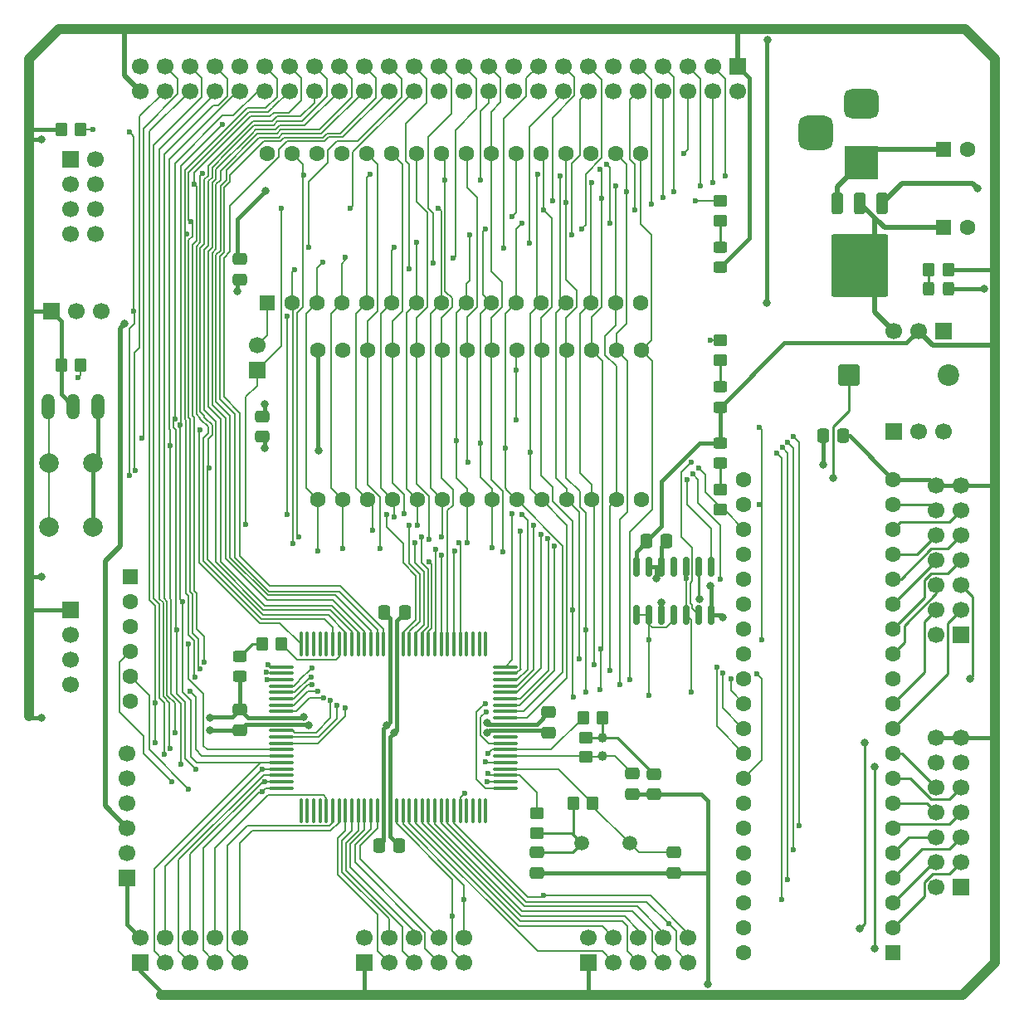
<source format=gtl>
%TF.GenerationSoftware,KiCad,Pcbnew,9.0.4*%
%TF.CreationDate,2025-09-14T15:15:16-04:00*%
%TF.ProjectId,Mench Reloaded,4d656e63-6820-4526-956c-6f616465642e,rev?*%
%TF.SameCoordinates,Original*%
%TF.FileFunction,Copper,L1,Top*%
%TF.FilePolarity,Positive*%
%FSLAX46Y46*%
G04 Gerber Fmt 4.6, Leading zero omitted, Abs format (unit mm)*
G04 Created by KiCad (PCBNEW 9.0.4) date 2025-09-14 15:15:16*
%MOMM*%
%LPD*%
G01*
G04 APERTURE LIST*
G04 Aperture macros list*
%AMRoundRect*
0 Rectangle with rounded corners*
0 $1 Rounding radius*
0 $2 $3 $4 $5 $6 $7 $8 $9 X,Y pos of 4 corners*
0 Add a 4 corners polygon primitive as box body*
4,1,4,$2,$3,$4,$5,$6,$7,$8,$9,$2,$3,0*
0 Add four circle primitives for the rounded corners*
1,1,$1+$1,$2,$3*
1,1,$1+$1,$4,$5*
1,1,$1+$1,$6,$7*
1,1,$1+$1,$8,$9*
0 Add four rect primitives between the rounded corners*
20,1,$1+$1,$2,$3,$4,$5,0*
20,1,$1+$1,$4,$5,$6,$7,0*
20,1,$1+$1,$6,$7,$8,$9,0*
20,1,$1+$1,$8,$9,$2,$3,0*%
G04 Aperture macros list end*
%TA.AperFunction,SMDPad,CuDef*%
%ADD10RoundRect,0.250000X0.350000X0.450000X-0.350000X0.450000X-0.350000X-0.450000X0.350000X-0.450000X0*%
%TD*%
%TA.AperFunction,SMDPad,CuDef*%
%ADD11RoundRect,0.250000X-0.337500X-0.475000X0.337500X-0.475000X0.337500X0.475000X-0.337500X0.475000X0*%
%TD*%
%TA.AperFunction,ComponentPad*%
%ADD12R,1.700000X1.700000*%
%TD*%
%TA.AperFunction,ComponentPad*%
%ADD13C,1.700000*%
%TD*%
%TA.AperFunction,SMDPad,CuDef*%
%ADD14RoundRect,0.250000X-0.450000X0.325000X-0.450000X-0.325000X0.450000X-0.325000X0.450000X0.325000X0*%
%TD*%
%TA.AperFunction,SMDPad,CuDef*%
%ADD15RoundRect,0.250000X0.325000X0.450000X-0.325000X0.450000X-0.325000X-0.450000X0.325000X-0.450000X0*%
%TD*%
%TA.AperFunction,SMDPad,CuDef*%
%ADD16RoundRect,0.250000X0.450000X-0.350000X0.450000X0.350000X-0.450000X0.350000X-0.450000X-0.350000X0*%
%TD*%
%TA.AperFunction,SMDPad,CuDef*%
%ADD17RoundRect,0.250000X-0.475000X0.337500X-0.475000X-0.337500X0.475000X-0.337500X0.475000X0.337500X0*%
%TD*%
%TA.AperFunction,SMDPad,CuDef*%
%ADD18RoundRect,0.250000X-0.350000X0.850000X-0.350000X-0.850000X0.350000X-0.850000X0.350000X0.850000X0*%
%TD*%
%TA.AperFunction,SMDPad,CuDef*%
%ADD19RoundRect,0.249997X-2.650003X2.950003X-2.650003X-2.950003X2.650003X-2.950003X2.650003X2.950003X0*%
%TD*%
%TA.AperFunction,SMDPad,CuDef*%
%ADD20RoundRect,0.250000X0.450000X-0.325000X0.450000X0.325000X-0.450000X0.325000X-0.450000X-0.325000X0*%
%TD*%
%TA.AperFunction,SMDPad,CuDef*%
%ADD21RoundRect,0.250000X-0.450000X0.350000X-0.450000X-0.350000X0.450000X-0.350000X0.450000X0.350000X0*%
%TD*%
%TA.AperFunction,ComponentPad*%
%ADD22RoundRect,0.250000X0.550000X-0.550000X0.550000X0.550000X-0.550000X0.550000X-0.550000X-0.550000X0*%
%TD*%
%TA.AperFunction,ComponentPad*%
%ADD23C,1.600000*%
%TD*%
%TA.AperFunction,ComponentPad*%
%ADD24R,3.500000X3.500000*%
%TD*%
%TA.AperFunction,ComponentPad*%
%ADD25RoundRect,0.750000X-1.000000X0.750000X-1.000000X-0.750000X1.000000X-0.750000X1.000000X0.750000X0*%
%TD*%
%TA.AperFunction,ComponentPad*%
%ADD26RoundRect,0.875000X-0.875000X0.875000X-0.875000X-0.875000X0.875000X-0.875000X0.875000X0.875000X0*%
%TD*%
%TA.AperFunction,SMDPad,CuDef*%
%ADD27RoundRect,0.100000X0.100000X-1.150000X0.100000X1.150000X-0.100000X1.150000X-0.100000X-1.150000X0*%
%TD*%
%TA.AperFunction,SMDPad,CuDef*%
%ADD28RoundRect,0.100000X1.150000X-0.100000X1.150000X0.100000X-1.150000X0.100000X-1.150000X-0.100000X0*%
%TD*%
%TA.AperFunction,ComponentPad*%
%ADD29C,2.000000*%
%TD*%
%TA.AperFunction,SMDPad,CuDef*%
%ADD30RoundRect,0.250000X-0.350000X-0.450000X0.350000X-0.450000X0.350000X0.450000X-0.350000X0.450000X0*%
%TD*%
%TA.AperFunction,ComponentPad*%
%ADD31C,1.000000*%
%TD*%
%TA.AperFunction,ComponentPad*%
%ADD32RoundRect,0.250000X-0.550000X-0.550000X0.550000X-0.550000X0.550000X0.550000X-0.550000X0.550000X0*%
%TD*%
%TA.AperFunction,SMDPad,CuDef*%
%ADD33RoundRect,0.250000X0.475000X-0.337500X0.475000X0.337500X-0.475000X0.337500X-0.475000X-0.337500X0*%
%TD*%
%TA.AperFunction,ComponentPad*%
%ADD34C,1.500000*%
%TD*%
%TA.AperFunction,ComponentPad*%
%ADD35R,1.600000X1.600000*%
%TD*%
%TA.AperFunction,ComponentPad*%
%ADD36RoundRect,0.250000X0.550000X0.550000X-0.550000X0.550000X-0.550000X-0.550000X0.550000X-0.550000X0*%
%TD*%
%TA.AperFunction,SMDPad,CuDef*%
%ADD37RoundRect,0.250000X0.337500X0.475000X-0.337500X0.475000X-0.337500X-0.475000X0.337500X-0.475000X0*%
%TD*%
%TA.AperFunction,ComponentPad*%
%ADD38O,1.320800X2.641600*%
%TD*%
%TA.AperFunction,SMDPad,CuDef*%
%ADD39RoundRect,0.150000X0.150000X-0.825000X0.150000X0.825000X-0.150000X0.825000X-0.150000X-0.825000X0*%
%TD*%
%TA.AperFunction,ComponentPad*%
%ADD40RoundRect,0.249999X-0.850001X-0.850001X0.850001X-0.850001X0.850001X0.850001X-0.850001X0.850001X0*%
%TD*%
%TA.AperFunction,ComponentPad*%
%ADD41C,2.200000*%
%TD*%
%TA.AperFunction,ViaPad*%
%ADD42C,0.800000*%
%TD*%
%TA.AperFunction,ViaPad*%
%ADD43C,0.600000*%
%TD*%
%TA.AperFunction,Conductor*%
%ADD44C,0.200000*%
%TD*%
%TA.AperFunction,Conductor*%
%ADD45C,0.400000*%
%TD*%
%TA.AperFunction,Conductor*%
%ADD46C,0.500000*%
%TD*%
%TA.AperFunction,Conductor*%
%ADD47C,0.250000*%
%TD*%
%TA.AperFunction,Conductor*%
%ADD48C,1.000000*%
%TD*%
G04 APERTURE END LIST*
D10*
%TO.P,R1,1*%
%TO.N,RESB*%
X61000000Y-80000000D03*
%TO.P,R1,2*%
%TO.N,+5V*%
X59000000Y-80000000D03*
%TD*%
D11*
%TO.P,C13,1*%
%TO.N,+5V*%
X118712500Y-98000000D03*
%TO.P,C13,2*%
%TO.N,GND*%
X120787500Y-98000000D03*
%TD*%
D12*
%TO.P,J9,1,Pin_1*%
%TO.N,+5V*%
X58000000Y-74500000D03*
D13*
%TO.P,J9,2,Pin_2*%
%TO.N,Net-(J9-Pin_2)*%
X60540000Y-74500000D03*
%TO.P,J9,3,Pin_3*%
%TO.N,MEMWEB*%
X63080000Y-74500000D03*
%TD*%
D14*
%TO.P,D2,1,K*%
%TO.N,Net-(D2-K)*%
X77250000Y-109725000D03*
%TO.P,D2,2,A*%
%TO.N,+5V*%
X77250000Y-111775000D03*
%TD*%
D15*
%TO.P,D5,1,K*%
%TO.N,GND*%
X149550000Y-72250000D03*
%TO.P,D5,2,A*%
%TO.N,Net-(D5-A)*%
X147500000Y-72250000D03*
%TD*%
D12*
%TO.P,J1,1,Pin_1*%
%TO.N,+5V*%
X128000000Y-49500000D03*
D13*
%TO.P,J1,2,Pin_2*%
%TO.N,GND*%
X128000000Y-52040000D03*
%TO.P,J1,3,Pin_3*%
%TO.N,d0*%
X125460000Y-49500000D03*
%TO.P,J1,4,Pin_4*%
%TO.N,d1*%
X125460000Y-52040000D03*
%TO.P,J1,5,Pin_5*%
%TO.N,d2*%
X122920000Y-49500000D03*
%TO.P,J1,6,Pin_6*%
%TO.N,d3*%
X122920000Y-52040000D03*
%TO.P,J1,7,Pin_7*%
%TO.N,d4*%
X120380000Y-49500000D03*
%TO.P,J1,8,Pin_8*%
%TO.N,d5*%
X120380000Y-52040000D03*
%TO.P,J1,9,Pin_9*%
%TO.N,d6*%
X117840000Y-49500000D03*
%TO.P,J1,10,Pin_10*%
%TO.N,d7*%
X117840000Y-52040000D03*
%TO.P,J1,11,Pin_11*%
%TO.N,a0*%
X115300000Y-49500000D03*
%TO.P,J1,12,Pin_12*%
%TO.N,a1*%
X115300000Y-52040000D03*
%TO.P,J1,13,Pin_13*%
%TO.N,a2*%
X112760000Y-49500000D03*
%TO.P,J1,14,Pin_14*%
%TO.N,a3*%
X112760000Y-52040000D03*
%TO.P,J1,15,Pin_15*%
%TO.N,a4*%
X110220000Y-49500000D03*
%TO.P,J1,16,Pin_16*%
%TO.N,a5*%
X110220000Y-52040000D03*
%TO.P,J1,17,Pin_17*%
%TO.N,a6*%
X107680000Y-49500000D03*
%TO.P,J1,18,Pin_18*%
%TO.N,a7*%
X107680000Y-52040000D03*
%TO.P,J1,19,Pin_19*%
%TO.N,a8*%
X105140000Y-49500000D03*
%TO.P,J1,20,Pin_20*%
%TO.N,a9*%
X105140000Y-52040000D03*
%TO.P,J1,21,Pin_21*%
%TO.N,a10*%
X102600000Y-49500000D03*
%TO.P,J1,22,Pin_22*%
%TO.N,a11*%
X102600000Y-52040000D03*
%TO.P,J1,23,Pin_23*%
%TO.N,a12*%
X100060000Y-49500000D03*
%TO.P,J1,24,Pin_24*%
%TO.N,a13*%
X100060000Y-52040000D03*
%TO.P,J1,25,Pin_25*%
%TO.N,a14*%
X97520000Y-49500000D03*
%TO.P,J1,26,Pin_26*%
%TO.N,a15*%
X97520000Y-52040000D03*
%TO.P,J1,27,Pin_27*%
%TO.N,a16*%
X94980000Y-49500000D03*
%TO.P,J1,28,Pin_28*%
%TO.N,a17*%
X94980000Y-52040000D03*
%TO.P,J1,29,Pin_29*%
%TO.N,a18*%
X92440000Y-49500000D03*
%TO.P,J1,30,Pin_30*%
%TO.N,a19*%
X92440000Y-52040000D03*
%TO.P,J1,31,Pin_31*%
%TO.N,a20*%
X89900000Y-49500000D03*
%TO.P,J1,32,Pin_32*%
%TO.N,a21*%
X89900000Y-52040000D03*
%TO.P,J1,33,Pin_33*%
%TO.N,a22*%
X87360000Y-49500000D03*
%TO.P,J1,34,Pin_34*%
%TO.N,a23*%
X87360000Y-52040000D03*
%TO.P,J1,35,Pin_35*%
%TO.N,csb0*%
X84820000Y-49500000D03*
%TO.P,J1,36,Pin_36*%
%TO.N,csb1*%
X84820000Y-52040000D03*
%TO.P,J1,37,Pin_37*%
%TO.N,csb5*%
X82280000Y-49500000D03*
%TO.P,J1,38,Pin_38*%
%TO.N,csb6*%
X82280000Y-52040000D03*
%TO.P,J1,39,Pin_39*%
%TO.N,csb7*%
X79740000Y-49500000D03*
%TO.P,J1,40,Pin_40*%
%TO.N,IRQB*%
X79740000Y-52040000D03*
%TO.P,J1,41,Pin_41*%
%TO.N,NMIB*%
X77200000Y-49500000D03*
%TO.P,J1,42,Pin_42*%
%TO.N,RESB*%
X77200000Y-52040000D03*
%TO.P,J1,43,Pin_43*%
%TO.N,CLKOB*%
X74660000Y-49500000D03*
%TO.P,J1,44,Pin_44*%
%TO.N,FCLKOB*%
X74660000Y-52040000D03*
%TO.P,J1,45,Pin_45*%
%TO.N,RUN*%
X72120000Y-49500000D03*
%TO.P,J1,46,Pin_46*%
%TO.N,BE*%
X72120000Y-52040000D03*
%TO.P,J1,47,Pin_47*%
%TO.N,WEB*%
X69580000Y-49500000D03*
%TO.P,J1,48,Pin_48*%
%TO.N,PHI2*%
X69580000Y-52040000D03*
%TO.P,J1,49,Pin_49*%
%TO.N,GND*%
X67040000Y-49500000D03*
%TO.P,J1,50,Pin_50*%
%TO.N,+5V*%
X67040000Y-52040000D03*
%TD*%
D16*
%TO.P,R6,1*%
%TO.N,csb1*%
X126250000Y-94750000D03*
%TO.P,R6,2*%
%TO.N,Net-(D1-K)*%
X126250000Y-92750000D03*
%TD*%
D17*
%TO.P,C11,1*%
%TO.N,+5V*%
X77250000Y-69212500D03*
%TO.P,C11,2*%
%TO.N,GND*%
X77250000Y-71287500D03*
%TD*%
D18*
%TO.P,U4,1,GND*%
%TO.N,GND*%
X142780000Y-63525000D03*
%TO.P,U4,2,VO*%
%TO.N,Net-(J11-Pin_3)*%
X140500000Y-63525000D03*
D19*
X140500000Y-69825000D03*
D18*
%TO.P,U4,3,VI*%
%TO.N,Net-(U4-VI)*%
X138220000Y-63525000D03*
%TD*%
D20*
%TO.P,D1,1,K*%
%TO.N,Net-(D1-K)*%
X126250000Y-90000000D03*
%TO.P,D1,2,A*%
%TO.N,+5V*%
X126250000Y-87950000D03*
%TD*%
D12*
%TO.P,J14,1,Pin_1*%
%TO.N,GND*%
X150790000Y-107540000D03*
D13*
%TO.P,J14,2,Pin_2*%
X148250000Y-107540000D03*
%TO.P,J14,3,Pin_3*%
%TO.N,Net-(J14-Pin_3)*%
X150790000Y-105000000D03*
%TO.P,J14,4,Pin_4*%
%TO.N,Net-(J14-Pin_4)*%
X148250000Y-105000000D03*
%TO.P,J14,5,Pin_5*%
%TO.N,Net-(J14-Pin_5)*%
X150790000Y-102460000D03*
%TO.P,J14,6,Pin_6*%
%TO.N,Net-(J14-Pin_6)*%
X148250000Y-102460000D03*
%TO.P,J14,7,Pin_7*%
%TO.N,Net-(J14-Pin_7)*%
X150790000Y-99920000D03*
%TO.P,J14,8,Pin_8*%
%TO.N,Net-(J14-Pin_8)*%
X148250000Y-99920000D03*
%TO.P,J14,9,Pin_9*%
%TO.N,Net-(J14-Pin_9)*%
X150790000Y-97380000D03*
%TO.P,J14,10,Pin_10*%
%TO.N,Net-(J14-Pin_10)*%
X148250000Y-97380000D03*
%TO.P,J14,11,Pin_11*%
%TO.N,Net-(J14-Pin_11)*%
X150790000Y-94840000D03*
%TO.P,J14,12,Pin_12*%
%TO.N,Net-(J14-Pin_12)*%
X148250000Y-94840000D03*
%TO.P,J14,13,Pin_13*%
%TO.N,+5V*%
X150790000Y-92300000D03*
%TO.P,J14,14,Pin_14*%
X148250000Y-92300000D03*
%TD*%
D21*
%TO.P,R2,1*%
%TO.N,Net-(C3-Pad1)*%
X112500000Y-118000000D03*
%TO.P,R2,2*%
%TO.N,Net-(U1-CLK)*%
X112500000Y-120000000D03*
%TD*%
D17*
%TO.P,C8,1*%
%TO.N,+5V*%
X77250000Y-115175000D03*
%TO.P,C8,2*%
%TO.N,GND*%
X77250000Y-117250000D03*
%TD*%
D21*
%TO.P,R8,1*%
%TO.N,csb4*%
X126250000Y-77500000D03*
%TO.P,R8,2*%
%TO.N,Net-(D3-K)*%
X126250000Y-79500000D03*
%TD*%
D11*
%TO.P,C5,1*%
%TO.N,+5V*%
X91425000Y-129000000D03*
%TO.P,C5,2*%
%TO.N,GND*%
X93500000Y-129000000D03*
%TD*%
D22*
%TO.P,U2,1,NC*%
%TO.N,a17_Select*%
X80000000Y-73645439D03*
D23*
%TO.P,U2,2,A16*%
%TO.N,a16*%
X82540000Y-73645439D03*
%TO.P,U2,3,A14*%
%TO.N,a14*%
X85080000Y-73645439D03*
%TO.P,U2,4,A12*%
%TO.N,a12*%
X87620000Y-73645439D03*
%TO.P,U2,5,A7*%
%TO.N,a7*%
X90160000Y-73645439D03*
%TO.P,U2,6,A6*%
%TO.N,a6*%
X92700000Y-73645439D03*
%TO.P,U2,7,A5*%
%TO.N,a5*%
X95240000Y-73645439D03*
%TO.P,U2,8,A4*%
%TO.N,a4*%
X97780000Y-73645439D03*
%TO.P,U2,9,A3*%
%TO.N,a3*%
X100320000Y-73645439D03*
%TO.P,U2,10,A2*%
%TO.N,a2*%
X102860000Y-73645439D03*
%TO.P,U2,11,A1*%
%TO.N,a1*%
X105400000Y-73645439D03*
%TO.P,U2,12,A0*%
%TO.N,a0*%
X107940000Y-73645439D03*
%TO.P,U2,13,Q0*%
%TO.N,d0*%
X110480000Y-73645439D03*
%TO.P,U2,14,Q1*%
%TO.N,d1*%
X113020000Y-73645439D03*
%TO.P,U2,15,Q2*%
%TO.N,d2*%
X115560000Y-73645439D03*
%TO.P,U2,16,GND*%
%TO.N,GND*%
X118100000Y-73645439D03*
%TO.P,U2,17,Q3*%
%TO.N,d3*%
X118100000Y-58405439D03*
%TO.P,U2,18,Q4*%
%TO.N,d4*%
X115560000Y-58405439D03*
%TO.P,U2,19,Q5*%
%TO.N,d5*%
X113020000Y-58405439D03*
%TO.P,U2,20,Q6*%
%TO.N,d6*%
X110480000Y-58405439D03*
%TO.P,U2,21,Q7*%
%TO.N,d7*%
X107940000Y-58405439D03*
%TO.P,U2,22,~{CS1}*%
%TO.N,MEMCS1B*%
X105400000Y-58405439D03*
%TO.P,U2,23,A10*%
%TO.N,a10*%
X102860000Y-58405439D03*
%TO.P,U2,24,~{OE}*%
%TO.N,MEMOEB*%
X100320000Y-58405439D03*
%TO.P,U2,25,A11*%
%TO.N,a11*%
X97780000Y-58405439D03*
%TO.P,U2,26,A9*%
%TO.N,a9*%
X95240000Y-58405439D03*
%TO.P,U2,27,A8*%
%TO.N,a8*%
X92700000Y-58405439D03*
%TO.P,U2,28,A13*%
%TO.N,a13*%
X90160000Y-58405439D03*
%TO.P,U2,29,~{WE}*%
%TO.N,MEMWEB*%
X87620000Y-58405439D03*
%TO.P,U2,30,CS2*%
%TO.N,MEMCS2*%
X85080000Y-58405439D03*
%TO.P,U2,31,A15*%
%TO.N,a15*%
X82540000Y-58405439D03*
%TO.P,U2,32,VCC*%
%TO.N,+5V*%
X80000000Y-58405439D03*
%TD*%
D17*
%TO.P,C3,1*%
%TO.N,Net-(C3-Pad1)*%
X119500000Y-121712500D03*
%TO.P,C3,2*%
%TO.N,GND*%
X119500000Y-123787500D03*
%TD*%
%TO.P,C4,1*%
%TO.N,Net-(C4-Pad1)*%
X107500000Y-129712500D03*
%TO.P,C4,2*%
%TO.N,GND*%
X107500000Y-131787500D03*
%TD*%
D24*
%TO.P,J8,1*%
%TO.N,Net-(U4-VI)*%
X140657500Y-59340000D03*
D25*
%TO.P,J8,2*%
%TO.N,GND*%
X140657500Y-53340000D03*
D26*
%TO.P,J8,3*%
X135957500Y-56340000D03*
%TD*%
D12*
%TO.P,J2,1,Pin_1*%
%TO.N,+5V*%
X60000000Y-105000000D03*
D13*
%TO.P,J2,2,Pin_2*%
%TO.N,TG0*%
X60000000Y-107540000D03*
%TO.P,J2,3,Pin_3*%
%TO.N,GND*%
X60000000Y-110080000D03*
%TO.P,J2,4,Pin_4*%
%TO.N,TG1*%
X60000000Y-112620000D03*
%TD*%
D14*
%TO.P,D4,1,K*%
%TO.N,Net-(D4-K)*%
X126250000Y-67975000D03*
%TO.P,D4,2,A*%
%TO.N,+5V*%
X126250000Y-70025000D03*
%TD*%
D27*
%TO.P,U1,1,nc*%
%TO.N,unconnected-(U1-nc-Pad1)*%
X83470000Y-125460000D03*
%TO.P,U1,2,nc*%
%TO.N,unconnected-(U1-nc-Pad2)*%
X84120000Y-125460000D03*
%TO.P,U1,3,nc*%
%TO.N,unconnected-(U1-nc-Pad3)*%
X84770000Y-125460000D03*
%TO.P,U1,4,nc*%
%TO.N,unconnected-(U1-nc-Pad4)*%
X85420000Y-125460000D03*
%TO.P,U1,5,P45/PIRS0*%
%TO.N,PIRS0*%
X86070000Y-125460000D03*
%TO.P,U1,6,P46/PIRS1*%
%TO.N,PIRS1*%
X86720000Y-125460000D03*
%TO.P,U1,7,P47/PIRS2*%
%TO.N,PIRS2*%
X87370000Y-125460000D03*
%TO.P,U1,8,P50/PID0*%
%TO.N,DTRB0*%
X88020000Y-125460000D03*
%TO.P,U1,9,P51/PID1*%
%TO.N,DSRB0*%
X88670000Y-125460000D03*
%TO.P,U1,10,P52/PID2*%
%TO.N,DTRB1*%
X89320000Y-125460000D03*
%TO.P,U1,11,P53/PID3*%
%TO.N,DSRB1*%
X89970000Y-125460000D03*
%TO.P,U1,12,P54/PID4*%
%TO.N,DTRB2*%
X90620000Y-125460000D03*
%TO.P,U1,13,P55/PID5*%
%TO.N,DSRB2*%
X91270000Y-125460000D03*
%TO.P,U1,14,VDD*%
%TO.N,+5V*%
X91920000Y-125460000D03*
%TO.P,U1,15,VSS*%
%TO.N,GND*%
X92570000Y-125460000D03*
%TO.P,U1,16,P56/PE56/PID6*%
%TO.N,DTRB3*%
X93220000Y-125460000D03*
%TO.P,U1,17,P57/NE57/PID7*%
%TO.N,DSRB3*%
X93870000Y-125460000D03*
%TO.P,U1,18,P60/RXD0/TIN/PE60*%
%TO.N,RXD0*%
X94520000Y-125460000D03*
%TO.P,U1,19,P61/TXD0/TOUT*%
%TO.N,TXD0*%
X95170000Y-125460000D03*
%TO.P,U1,20,P62/RXD1/PWM*%
%TO.N,RXD1*%
X95820000Y-125460000D03*
%TO.P,U1,21,P63/TXD1*%
%TO.N,TXD1*%
X96470000Y-125460000D03*
%TO.P,U1,22,P64/RXD2/NE64*%
%TO.N,RXD2*%
X97120000Y-125460000D03*
%TO.P,U1,23,P65/TXD2*%
%TO.N,TXD2*%
X97770000Y-125460000D03*
%TO.P,U1,24,P66/RXD3/NE66*%
%TO.N,RXD3*%
X98420000Y-125460000D03*
%TO.P,U1,25,P67/TXD3*%
%TO.N,TXD3*%
X99070000Y-125460000D03*
%TO.P,U1,26,~{RES}*%
%TO.N,RESB*%
X99720000Y-125460000D03*
%TO.P,U1,27,nc*%
%TO.N,unconnected-(U1-nc-Pad27)*%
X100370000Y-125460000D03*
%TO.P,U1,28,nc*%
%TO.N,unconnected-(U1-nc-Pad28)*%
X101020000Y-125460000D03*
%TO.P,U1,29,nc*%
%TO.N,unconnected-(U1-nc-Pad29)*%
X101670000Y-125460000D03*
%TO.P,U1,30,nc*%
%TO.N,unconnected-(U1-nc-Pad30)*%
X102320000Y-125460000D03*
D28*
%TO.P,U1,31,~{WE}*%
%TO.N,WEB*%
X104295000Y-123155000D03*
%TO.P,U1,32,RUN/SYNC*%
%TO.N,RUN*%
X104295000Y-122505000D03*
%TO.P,U1,33,~{FCLKO}*%
%TO.N,FCLKOB*%
X104295000Y-121855000D03*
%TO.P,U1,34,FCLK*%
%TO.N,Net-(U1-FCLK)*%
X104295000Y-121205000D03*
%TO.P,U1,35,BE/RDY*%
%TO.N,BE*%
X104295000Y-120555000D03*
%TO.P,U1,36,CLK*%
%TO.N,Net-(U1-CLK)*%
X104295000Y-119905000D03*
%TO.P,U1,37,~{CLKO}*%
%TO.N,CLKOB*%
X104295000Y-119255000D03*
%TO.P,U1,38,\u03D52*%
%TO.N,PHI2*%
X104295000Y-118605000D03*
%TO.P,U1,39,BA/~{DOD}*%
%TO.N,unconnected-(U1-BA{slash}~{DOD}-Pad39)*%
X104295000Y-117955000D03*
%TO.P,U1,40,VSS*%
%TO.N,GND*%
X104295000Y-117305000D03*
%TO.P,U1,41,VDD*%
%TO.N,+5V*%
X104295000Y-116655000D03*
%TO.P,U1,42,P00/A0*%
%TO.N,a0*%
X104295000Y-116005000D03*
%TO.P,U1,43,P01/A1*%
%TO.N,a1*%
X104295000Y-115355000D03*
%TO.P,U1,44,P02/A2*%
%TO.N,a2*%
X104295000Y-114705000D03*
%TO.P,U1,45,P03/A3*%
%TO.N,a3*%
X104295000Y-114055000D03*
%TO.P,U1,46,P04/A4*%
%TO.N,a4*%
X104295000Y-113405000D03*
%TO.P,U1,47,P05/A5*%
%TO.N,a5*%
X104295000Y-112755000D03*
%TO.P,U1,48,P06/A6*%
%TO.N,a6*%
X104295000Y-112105000D03*
%TO.P,U1,49,P07/A7*%
%TO.N,a7*%
X104295000Y-111455000D03*
%TO.P,U1,50,P10/A8*%
%TO.N,a8*%
X104295000Y-110805000D03*
D27*
%TO.P,U1,51,nc*%
%TO.N,unconnected-(U1-nc-Pad51)*%
X102320000Y-108500000D03*
%TO.P,U1,52,nc*%
%TO.N,unconnected-(U1-nc-Pad52)*%
X101670000Y-108500000D03*
%TO.P,U1,53,nc*%
%TO.N,unconnected-(U1-nc-Pad53)*%
X101020000Y-108500000D03*
%TO.P,U1,54,nc*%
%TO.N,unconnected-(U1-nc-Pad54)*%
X100370000Y-108500000D03*
%TO.P,U1,55,P11/A9*%
%TO.N,a9*%
X99720000Y-108500000D03*
%TO.P,U1,56,P12/A10*%
%TO.N,a10*%
X99070000Y-108500000D03*
%TO.P,U1,57,P13/A11*%
%TO.N,a11*%
X98420000Y-108500000D03*
%TO.P,U1,58,P14/A12*%
%TO.N,a12*%
X97770000Y-108500000D03*
%TO.P,U1,59,P15/A13*%
%TO.N,a13*%
X97120000Y-108500000D03*
%TO.P,U1,60,P16/A14*%
%TO.N,a14*%
X96470000Y-108500000D03*
%TO.P,U1,61,P17/A15*%
%TO.N,a15*%
X95820000Y-108500000D03*
%TO.P,U1,62,P30/A16*%
%TO.N,a16*%
X95170000Y-108500000D03*
%TO.P,U1,63,P31/A17*%
%TO.N,a17*%
X94520000Y-108500000D03*
%TO.P,U1,64,P32/A18*%
%TO.N,a18*%
X93870000Y-108500000D03*
%TO.P,U1,65,VSS*%
%TO.N,GND*%
X93220000Y-108500000D03*
%TO.P,U1,66,VDD*%
%TO.N,+5V*%
X92570000Y-108500000D03*
%TO.P,U1,67,P33/A19*%
%TO.N,a19*%
X91920000Y-108500000D03*
%TO.P,U1,68,P34/A20*%
%TO.N,a20*%
X91270000Y-108500000D03*
%TO.P,U1,69,P35/A21*%
%TO.N,a21*%
X90620000Y-108500000D03*
%TO.P,U1,70,P36/A22*%
%TO.N,a22*%
X89970000Y-108500000D03*
%TO.P,U1,71,P37/A23*%
%TO.N,a23*%
X89320000Y-108500000D03*
%TO.P,U1,72,P70/~{CS0}*%
%TO.N,csb0*%
X88670000Y-108500000D03*
%TO.P,U1,73,P71/~{CS1}*%
%TO.N,csb1*%
X88020000Y-108500000D03*
%TO.P,U1,74,P72/~{CS2}*%
%TO.N,csb2*%
X87370000Y-108500000D03*
%TO.P,U1,75,P73/~{CS3}*%
%TO.N,csb3*%
X86720000Y-108500000D03*
%TO.P,U1,76,nc*%
%TO.N,unconnected-(U1-nc-Pad76)*%
X86070000Y-108500000D03*
%TO.P,U1,77,nc*%
%TO.N,unconnected-(U1-nc-Pad77)*%
X85420000Y-108500000D03*
%TO.P,U1,78,nc*%
%TO.N,unconnected-(U1-nc-Pad78)*%
X84770000Y-108500000D03*
%TO.P,U1,79,nc*%
%TO.N,unconnected-(U1-nc-Pad79)*%
X84120000Y-108500000D03*
%TO.P,U1,80,P74/~{CS4}*%
%TO.N,csb4*%
X83470000Y-108500000D03*
D28*
%TO.P,U1,81,P75/~{CS5}*%
%TO.N,csb5*%
X81495000Y-110805000D03*
%TO.P,U1,82,P76/~{CS6}*%
%TO.N,csb6*%
X81495000Y-111455000D03*
%TO.P,U1,83,P77/~{CS7}*%
%TO.N,csb7*%
X81495000Y-112105000D03*
%TO.P,U1,84,P20/D0*%
%TO.N,d0*%
X81495000Y-112755000D03*
%TO.P,U1,85,P21/D1*%
%TO.N,d1*%
X81495000Y-113405000D03*
%TO.P,U1,86,P22/D2*%
%TO.N,d2*%
X81495000Y-114055000D03*
%TO.P,U1,87,P23/D3*%
%TO.N,d3*%
X81495000Y-114705000D03*
%TO.P,U1,88,P24/D4*%
%TO.N,d4*%
X81495000Y-115355000D03*
%TO.P,U1,89,VDD*%
%TO.N,+5V*%
X81495000Y-116005000D03*
%TO.P,U1,90,VSS*%
%TO.N,GND*%
X81495000Y-116655000D03*
%TO.P,U1,91,P25/D5*%
%TO.N,d5*%
X81495000Y-117305000D03*
%TO.P,U1,92,P26/D6*%
%TO.N,d6*%
X81495000Y-117955000D03*
%TO.P,U1,93,P27/D7*%
%TO.N,d7*%
X81495000Y-118605000D03*
%TO.P,U1,94,TG0*%
%TO.N,TG0*%
X81495000Y-119255000D03*
%TO.P,U1,95,TG1*%
%TO.N,TG1*%
X81495000Y-119905000D03*
%TO.P,U1,96,P40/~{NMI}/~{ABORT}*%
%TO.N,NMIB*%
X81495000Y-120555000D03*
%TO.P,U1,97,P41/~{IRQ}*%
%TO.N,IRQB*%
X81495000Y-121205000D03*
%TO.P,U1,98,P42/~{PII}*%
%TO.N,PIIB*%
X81495000Y-121855000D03*
%TO.P,U1,99,P43/~{PIWE}/~{PIWR}*%
%TO.N,FA15*%
X81495000Y-122505000D03*
%TO.P,U1,100,P44/~{PICS}/~{PIRD}*%
%TO.N,AMS*%
X81495000Y-123155000D03*
%TD*%
D12*
%TO.P,J10,1,Pin_1*%
%TO.N,GND*%
X65750000Y-132300000D03*
D13*
%TO.P,J10,2,Pin_2*%
%TO.N,DTRB3*%
X65750000Y-129760000D03*
%TO.P,J10,3,Pin_3*%
%TO.N,Net-(J10-Pin_3)*%
X65750000Y-127220000D03*
%TO.P,J10,4,Pin_4*%
%TO.N,RXD3*%
X65750000Y-124680000D03*
%TO.P,J10,5,Pin_5*%
%TO.N,TXD3*%
X65750000Y-122140000D03*
%TO.P,J10,6,Pin_6*%
%TO.N,DSRB3*%
X65750000Y-119600000D03*
%TD*%
D21*
%TO.P,R9,1*%
%TO.N,MEMCS1B*%
X126250000Y-63250000D03*
%TO.P,R9,2*%
%TO.N,Net-(D4-K)*%
X126250000Y-65250000D03*
%TD*%
D12*
%TO.P,J7,1,Pin_1*%
%TO.N,a17*%
X79000000Y-80500000D03*
D13*
%TO.P,J7,2,Pin_2*%
%TO.N,a17_Select*%
X79000000Y-77960000D03*
%TD*%
D14*
%TO.P,D3,1,K*%
%TO.N,Net-(D3-K)*%
X126250000Y-82250000D03*
%TO.P,D3,2,A*%
%TO.N,+5V*%
X126250000Y-84300000D03*
%TD*%
D29*
%TO.P,SW1,1,1*%
%TO.N,GND*%
X62250000Y-90000000D03*
X62250000Y-96500000D03*
%TO.P,SW1,2,2*%
%TO.N,RESB*%
X57750000Y-90000000D03*
X57750000Y-96500000D03*
%TD*%
D10*
%TO.P,R5,1*%
%TO.N,Net-(C3-Pad1)*%
X114250000Y-116000000D03*
%TO.P,R5,2*%
%TO.N,CLKOB*%
X112250000Y-116000000D03*
%TD*%
D30*
%TO.P,R3,1*%
%TO.N,Net-(C4-Pad1)*%
X111250000Y-124750000D03*
%TO.P,R3,2*%
%TO.N,Net-(U1-FCLK)*%
X113250000Y-124750000D03*
%TD*%
D31*
%TO.P,Y1,1,1*%
%TO.N,Net-(U1-CLK)*%
X114250000Y-119900000D03*
%TO.P,Y1,2,2*%
%TO.N,Net-(C3-Pad1)*%
X114250000Y-118000000D03*
%TD*%
D12*
%TO.P,J4,1,Pin_1*%
%TO.N,+5V*%
X67100000Y-140940000D03*
D13*
%TO.P,J4,2,Pin_2*%
%TO.N,GND*%
X67100000Y-138400000D03*
%TO.P,J4,3,Pin_3*%
%TO.N,NMIB*%
X69640000Y-140940000D03*
%TO.P,J4,4,Pin_4*%
%TO.N,IRQB*%
X69640000Y-138400000D03*
%TO.P,J4,5,Pin_5*%
%TO.N,PIIB*%
X72180000Y-140940000D03*
%TO.P,J4,6,Pin_6*%
%TO.N,FA15*%
X72180000Y-138400000D03*
%TO.P,J4,7,Pin_7*%
%TO.N,AMS*%
X74720000Y-140940000D03*
%TO.P,J4,8,Pin_8*%
%TO.N,PIRS0*%
X74720000Y-138400000D03*
%TO.P,J4,9,Pin_9*%
%TO.N,PIRS1*%
X77260000Y-140940000D03*
%TO.P,J4,10,Pin_10*%
%TO.N,PIRS2*%
X77260000Y-138400000D03*
%TD*%
D32*
%TO.P,C9,1*%
%TO.N,Net-(U4-VI)*%
X149000000Y-58000000D03*
D23*
%TO.P,C9,2*%
%TO.N,GND*%
X151500000Y-58000000D03*
%TD*%
D33*
%TO.P,C12,1*%
%TO.N,+5V*%
X79500000Y-87325000D03*
%TO.P,C12,2*%
%TO.N,GND*%
X79500000Y-85250000D03*
%TD*%
D17*
%TO.P,C7,1*%
%TO.N,+5V*%
X108750000Y-115425000D03*
%TO.P,C7,2*%
%TO.N,GND*%
X108750000Y-117500000D03*
%TD*%
D12*
%TO.P,J13,1,Pin_1*%
%TO.N,GND*%
X150790000Y-133250000D03*
D13*
%TO.P,J13,2,Pin_2*%
X148250000Y-133250000D03*
%TO.P,J13,3,Pin_3*%
%TO.N,Net-(J13-Pin_3)*%
X150790000Y-130710000D03*
%TO.P,J13,4,Pin_4*%
%TO.N,Net-(J13-Pin_4)*%
X148250000Y-130710000D03*
%TO.P,J13,5,Pin_5*%
%TO.N,Net-(J13-Pin_5)*%
X150790000Y-128170000D03*
%TO.P,J13,6,Pin_6*%
%TO.N,Net-(J13-Pin_6)*%
X148250000Y-128170000D03*
%TO.P,J13,7,Pin_7*%
%TO.N,Net-(J13-Pin_7)*%
X150790000Y-125630000D03*
%TO.P,J13,8,Pin_8*%
%TO.N,Net-(J13-Pin_8)*%
X148250000Y-125630000D03*
%TO.P,J13,9,Pin_9*%
%TO.N,Net-(J13-Pin_9)*%
X150790000Y-123090000D03*
%TO.P,J13,10,Pin_10*%
%TO.N,Net-(J13-Pin_10)*%
X148250000Y-123090000D03*
%TO.P,J13,11,Pin_11*%
%TO.N,Net-(J13-Pin_11)*%
X150790000Y-120550000D03*
%TO.P,J13,12,Pin_12*%
%TO.N,Net-(J13-Pin_12)*%
X148250000Y-120550000D03*
%TO.P,J13,13,Pin_13*%
%TO.N,+5V*%
X150790000Y-118010000D03*
%TO.P,J13,14,Pin_14*%
X148250000Y-118010000D03*
%TD*%
D12*
%TO.P,J6,1,Pin_1*%
%TO.N,+5V*%
X112815157Y-140940000D03*
D13*
%TO.P,J6,2,Pin_2*%
%TO.N,GND*%
X112815157Y-138400000D03*
%TO.P,J6,3,Pin_3*%
%TO.N,RXD0*%
X115355157Y-140940000D03*
%TO.P,J6,4,Pin_4*%
%TO.N,TXD0*%
X115355157Y-138400000D03*
%TO.P,J6,5,Pin_5*%
%TO.N,RXD1*%
X117895157Y-140940000D03*
%TO.P,J6,6,Pin_6*%
%TO.N,TXD1*%
X117895157Y-138400000D03*
%TO.P,J6,7,Pin_7*%
%TO.N,RXD2*%
X120435157Y-140940000D03*
%TO.P,J6,8,Pin_8*%
%TO.N,TXD2*%
X120435157Y-138400000D03*
%TO.P,J6,9,Pin_9*%
%TO.N,RXD3*%
X122975157Y-140940000D03*
%TO.P,J6,10,Pin_10*%
%TO.N,TXD3*%
X122975157Y-138400000D03*
%TD*%
D34*
%TO.P,Y2,1,1*%
%TO.N,Net-(U1-FCLK)*%
X117000000Y-128769394D03*
%TO.P,Y2,2,2*%
%TO.N,Net-(C4-Pad1)*%
X112120000Y-128769394D03*
%TD*%
D16*
%TO.P,R4,1*%
%TO.N,Net-(C4-Pad1)*%
X107500000Y-127750000D03*
%TO.P,R4,2*%
%TO.N,FCLKOB*%
X107500000Y-125750000D03*
%TD*%
D30*
%TO.P,R10,1*%
%TO.N,+5V*%
X59000000Y-56000000D03*
%TO.P,R10,2*%
%TO.N,MEMCS2*%
X61000000Y-56000000D03*
%TD*%
D35*
%TO.P,RN1,1,common*%
%TO.N,+5V*%
X66040000Y-101600000D03*
D23*
%TO.P,RN1,2,R1*%
%TO.N,NMIB*%
X66040000Y-104140000D03*
%TO.P,RN1,3,R2*%
%TO.N,IRQB*%
X66040000Y-106680000D03*
%TO.P,RN1,4,R3*%
%TO.N,FA15*%
X66040000Y-109220000D03*
%TO.P,RN1,5,R4*%
%TO.N,AMS*%
X66040000Y-111760000D03*
%TO.P,RN1,6,R5*%
%TO.N,BE*%
X66040000Y-114300000D03*
%TD*%
D12*
%TO.P,J3,1,Pin_1*%
%TO.N,MEMCS1B*%
X60000000Y-59000000D03*
D13*
%TO.P,J3,2,Pin_2*%
%TO.N,csb3*%
X62540000Y-59000000D03*
%TO.P,J3,3,Pin_3*%
%TO.N,MEMCS1B*%
X60000000Y-61540000D03*
%TO.P,J3,4,Pin_4*%
%TO.N,csb5*%
X62540000Y-61540000D03*
%TO.P,J3,5,Pin_5*%
%TO.N,MEMCS1B*%
X60000000Y-64080000D03*
%TO.P,J3,6,Pin_6*%
%TO.N,csb6*%
X62540000Y-64080000D03*
%TO.P,J3,7,Pin_7*%
%TO.N,MEMCS1B*%
X60000000Y-66620000D03*
%TO.P,J3,8,Pin_8*%
%TO.N,csb7*%
X62540000Y-66620000D03*
%TD*%
D11*
%TO.P,C6,1*%
%TO.N,+5V*%
X91962500Y-105250000D03*
%TO.P,C6,2*%
%TO.N,GND*%
X94037500Y-105250000D03*
%TD*%
D17*
%TO.P,C1,1*%
%TO.N,Net-(U1-CLK)*%
X117250000Y-121675000D03*
%TO.P,C1,2*%
%TO.N,GND*%
X117250000Y-123750000D03*
%TD*%
D36*
%TO.P,U6,1,VSS*%
%TO.N,GND*%
X143905000Y-139920000D03*
D23*
%TO.P,U6,2,PA0*%
%TO.N,Net-(J13-Pin_3)*%
X143905000Y-137380000D03*
%TO.P,U6,3,PA1*%
%TO.N,Net-(J13-Pin_4)*%
X143905000Y-134840000D03*
%TO.P,U6,4,PA2*%
%TO.N,Net-(J13-Pin_5)*%
X143905000Y-132300000D03*
%TO.P,U6,5,PA3*%
%TO.N,Net-(J13-Pin_6)*%
X143905000Y-129760000D03*
%TO.P,U6,6,PA4*%
%TO.N,Net-(J13-Pin_7)*%
X143905000Y-127220000D03*
%TO.P,U6,7,PA5*%
%TO.N,Net-(J13-Pin_8)*%
X143905000Y-124680000D03*
%TO.P,U6,8,PA6*%
%TO.N,Net-(J13-Pin_9)*%
X143905000Y-122140000D03*
%TO.P,U6,9,PA7*%
%TO.N,Net-(J13-Pin_10)*%
X143905000Y-119600000D03*
%TO.P,U6,10,PB0*%
%TO.N,Net-(J14-Pin_3)*%
X143905000Y-117060000D03*
%TO.P,U6,11,PB1*%
%TO.N,Net-(J14-Pin_4)*%
X143905000Y-114520000D03*
%TO.P,U6,12,PB2*%
%TO.N,Net-(J14-Pin_5)*%
X143905000Y-111980000D03*
%TO.P,U6,13,PB3*%
%TO.N,Net-(J14-Pin_6)*%
X143905000Y-109440000D03*
%TO.P,U6,14,PB4*%
%TO.N,Net-(J14-Pin_7)*%
X143905000Y-106900000D03*
%TO.P,U6,15,PB5*%
%TO.N,Net-(J14-Pin_8)*%
X143905000Y-104360000D03*
%TO.P,U6,16,PB6*%
%TO.N,Net-(J14-Pin_9)*%
X143905000Y-101820000D03*
%TO.P,U6,17,PB7*%
%TO.N,Net-(J14-Pin_10)*%
X143905000Y-99280000D03*
%TO.P,U6,18,CB1*%
%TO.N,Net-(J14-Pin_11)*%
X143905000Y-96740000D03*
%TO.P,U6,19,CB2*%
%TO.N,Net-(J14-Pin_12)*%
X143905000Y-94200000D03*
%TO.P,U6,20,VCC*%
%TO.N,+5V*%
X143905000Y-91660000D03*
%TO.P,U6,21,~{IRQ}*%
%TO.N,Net-(D6-K)*%
X128665000Y-91660000D03*
%TO.P,U6,22,R/~{W}*%
%TO.N,WEB*%
X128665000Y-94200000D03*
%TO.P,U6,23,~{CS2}*%
%TO.N,csb1*%
X128665000Y-96740000D03*
%TO.P,U6,24,CS1*%
%TO.N,a5*%
X128665000Y-99280000D03*
%TO.P,U6,25,\u03D52*%
%TO.N,PHI2*%
X128665000Y-101820000D03*
%TO.P,U6,26,D7*%
%TO.N,d7*%
X128665000Y-104360000D03*
%TO.P,U6,27,D6*%
%TO.N,d6*%
X128665000Y-106900000D03*
%TO.P,U6,28,D5*%
%TO.N,d5*%
X128665000Y-109440000D03*
%TO.P,U6,29,D4*%
%TO.N,d4*%
X128665000Y-111980000D03*
%TO.P,U6,30,D3*%
%TO.N,d3*%
X128665000Y-114520000D03*
%TO.P,U6,31,D2*%
%TO.N,d2*%
X128665000Y-117060000D03*
%TO.P,U6,32,D1*%
%TO.N,d1*%
X128665000Y-119600000D03*
%TO.P,U6,33,D0*%
%TO.N,d0*%
X128665000Y-122140000D03*
%TO.P,U6,34,~{RES}*%
%TO.N,RESB*%
X128665000Y-124680000D03*
%TO.P,U6,35,RS3*%
%TO.N,a3*%
X128665000Y-127220000D03*
%TO.P,U6,36,RS2*%
%TO.N,a2*%
X128665000Y-129760000D03*
%TO.P,U6,37,RS1*%
%TO.N,a1*%
X128665000Y-132300000D03*
%TO.P,U6,38,RS0*%
%TO.N,a0*%
X128665000Y-134840000D03*
%TO.P,U6,39,CA2*%
%TO.N,Net-(J13-Pin_12)*%
X128665000Y-137380000D03*
%TO.P,U6,40,CA1*%
%TO.N,Net-(J13-Pin_11)*%
X128665000Y-139920000D03*
%TD*%
D10*
%TO.P,R11,1*%
%TO.N,+5V*%
X149500000Y-70250000D03*
%TO.P,R11,2*%
%TO.N,Net-(D5-A)*%
X147500000Y-70250000D03*
%TD*%
D37*
%TO.P,C14,1*%
%TO.N,+5V*%
X138787500Y-87250000D03*
%TO.P,C14,2*%
%TO.N,GND*%
X136712500Y-87250000D03*
%TD*%
D12*
%TO.P,J11,1,Pin_1*%
%TO.N,Net-(J10-Pin_3)*%
X149000000Y-76500000D03*
D13*
%TO.P,J11,2,Pin_2*%
%TO.N,+5V*%
X146460000Y-76500000D03*
%TO.P,J11,3,Pin_3*%
%TO.N,Net-(J11-Pin_3)*%
X143920000Y-76500000D03*
%TD*%
D12*
%TO.P,J5,1,Pin_1*%
%TO.N,+5V*%
X89905942Y-140940000D03*
D13*
%TO.P,J5,2,Pin_2*%
%TO.N,GND*%
X89905942Y-138400000D03*
%TO.P,J5,3,Pin_3*%
%TO.N,DTRB0*%
X92445942Y-140940000D03*
%TO.P,J5,4,Pin_4*%
%TO.N,DSRB0*%
X92445942Y-138400000D03*
%TO.P,J5,5,Pin_5*%
%TO.N,DTRB1*%
X94985942Y-140940000D03*
%TO.P,J5,6,Pin_6*%
%TO.N,DSRB1*%
X94985942Y-138400000D03*
%TO.P,J5,7,Pin_7*%
%TO.N,DTRB2*%
X97525942Y-140940000D03*
%TO.P,J5,8,Pin_8*%
%TO.N,DSRB2*%
X97525942Y-138400000D03*
%TO.P,J5,9,Pin_9*%
%TO.N,DTRB3*%
X100065942Y-140940000D03*
%TO.P,J5,10,Pin_10*%
%TO.N,DSRB3*%
X100065942Y-138400000D03*
%TD*%
D32*
%TO.P,C10,1*%
%TO.N,Net-(J11-Pin_3)*%
X149000000Y-66000000D03*
D23*
%TO.P,C10,2*%
%TO.N,GND*%
X151500000Y-66000000D03*
%TD*%
D38*
%TO.P,IC1,1,/RST*%
%TO.N,RESB*%
X57710000Y-84250000D03*
%TO.P,IC1,2,+5V*%
%TO.N,+5V*%
X60250000Y-84250000D03*
%TO.P,IC1,3,GND*%
%TO.N,GND*%
X62790000Y-84250000D03*
%TD*%
D10*
%TO.P,R7,1*%
%TO.N,csb2*%
X81500000Y-108500000D03*
%TO.P,R7,2*%
%TO.N,Net-(D2-K)*%
X79500000Y-108500000D03*
%TD*%
D23*
%TO.P,U3,1,A14*%
%TO.N,a14*%
X85156500Y-93750000D03*
%TO.P,U3,2,A12*%
%TO.N,a12*%
X87696500Y-93750000D03*
%TO.P,U3,3,A7*%
%TO.N,a7*%
X90236500Y-93750000D03*
%TO.P,U3,4,A6*%
%TO.N,a6*%
X92776500Y-93750000D03*
%TO.P,U3,5,A5*%
%TO.N,a5*%
X95316500Y-93750000D03*
%TO.P,U3,6,A4*%
%TO.N,a4*%
X97856500Y-93750000D03*
%TO.P,U3,7,A3*%
%TO.N,a3*%
X100396500Y-93750000D03*
%TO.P,U3,8,A2*%
%TO.N,a2*%
X102936500Y-93750000D03*
%TO.P,U3,9,A1*%
%TO.N,a1*%
X105476500Y-93750000D03*
%TO.P,U3,10,A0*%
%TO.N,a0*%
X108016500Y-93750000D03*
%TO.P,U3,11,D0*%
%TO.N,d0*%
X110556500Y-93750000D03*
%TO.P,U3,12,D1*%
%TO.N,d1*%
X113096500Y-93750000D03*
%TO.P,U3,13,D2*%
%TO.N,d2*%
X115636500Y-93750000D03*
%TO.P,U3,14,GND*%
%TO.N,GND*%
X118176500Y-93750000D03*
%TO.P,U3,15,D3*%
%TO.N,d3*%
X118176500Y-78510000D03*
%TO.P,U3,16,D4*%
%TO.N,d4*%
X115636500Y-78510000D03*
%TO.P,U3,17,D5*%
%TO.N,d5*%
X113096500Y-78510000D03*
%TO.P,U3,18,D6*%
%TO.N,d6*%
X110556500Y-78510000D03*
%TO.P,U3,19,D7*%
%TO.N,d7*%
X108016500Y-78510000D03*
%TO.P,U3,20,~{CS}*%
%TO.N,csb4*%
X105476500Y-78510000D03*
%TO.P,U3,21,A10*%
%TO.N,a10*%
X102936500Y-78510000D03*
%TO.P,U3,22,~{OE}*%
%TO.N,MEMOEB*%
X100396500Y-78510000D03*
%TO.P,U3,23,A11*%
%TO.N,a11*%
X97856500Y-78510000D03*
%TO.P,U3,24,A9*%
%TO.N,a9*%
X95316500Y-78510000D03*
%TO.P,U3,25,A8*%
%TO.N,a8*%
X92776500Y-78510000D03*
%TO.P,U3,26,A13*%
%TO.N,a13*%
X90236500Y-78510000D03*
%TO.P,U3,27,~{WE}*%
%TO.N,Net-(J9-Pin_2)*%
X87696500Y-78510000D03*
%TO.P,U3,28,VCC*%
%TO.N,+5V*%
X85156500Y-78510000D03*
%TD*%
D39*
%TO.P,U5,1*%
%TO.N,WEB*%
X117690000Y-105500000D03*
%TO.P,U5,2*%
X118960000Y-105500000D03*
%TO.P,U5,3*%
%TO.N,Net-(U5-Pad3)*%
X120230000Y-105500000D03*
%TO.P,U5,4*%
%TO.N,WEB*%
X121500000Y-105500000D03*
%TO.P,U5,5*%
%TO.N,PHI2*%
X122770000Y-105500000D03*
%TO.P,U5,6*%
%TO.N,MEMOEB*%
X124040000Y-105500000D03*
%TO.P,U5,7,GND*%
%TO.N,GND*%
X125310000Y-105500000D03*
%TO.P,U5,8*%
%TO.N,MEMWEB*%
X125310000Y-100550000D03*
%TO.P,U5,9*%
%TO.N,Net-(U5-Pad3)*%
X124040000Y-100550000D03*
%TO.P,U5,10*%
%TO.N,PHI2*%
X122770000Y-100550000D03*
%TO.P,U5,11*%
%TO.N,unconnected-(U5-Pad11)*%
X121500000Y-100550000D03*
%TO.P,U5,12*%
%TO.N,GND*%
X120230000Y-100550000D03*
%TO.P,U5,13*%
X118960000Y-100550000D03*
%TO.P,U5,14,VCC*%
%TO.N,+5V*%
X117690000Y-100550000D03*
%TD*%
D12*
%TO.P,J12,1,Pin_1*%
%TO.N,IRQB*%
X143975000Y-86750000D03*
D13*
%TO.P,J12,2,Pin_2*%
%TO.N,Net-(D6-A)*%
X146515000Y-86750000D03*
%TO.P,J12,3,Pin_3*%
%TO.N,NMIB*%
X149055000Y-86750000D03*
%TD*%
D17*
%TO.P,C2,1*%
%TO.N,Net-(U1-FCLK)*%
X121500000Y-129712500D03*
%TO.P,C2,2*%
%TO.N,GND*%
X121500000Y-131787500D03*
%TD*%
D40*
%TO.P,D6,1,K*%
%TO.N,Net-(D6-K)*%
X139340000Y-81000000D03*
D41*
%TO.P,D6,2,A*%
%TO.N,Net-(D6-A)*%
X149500000Y-81000000D03*
%TD*%
D42*
%TO.N,GND*%
X126500000Y-105750000D03*
X136750000Y-90211075D03*
X125250000Y-102520000D03*
X102500000Y-117500003D03*
X152500000Y-62000000D03*
X84256582Y-116761202D03*
X77000000Y-72500000D03*
X119750000Y-101750000D03*
X74200000Y-117250000D03*
X153150000Y-72250000D03*
X125000000Y-143150000D03*
X93000000Y-117500000D03*
X131000000Y-73645439D03*
X131100000Y-46850000D03*
X79750000Y-84000000D03*
%TO.N,+5V*%
X102500000Y-116500000D03*
X57000000Y-57000000D03*
X79750000Y-88500000D03*
X92250000Y-116750000D03*
X85250000Y-88750000D03*
X74200000Y-116000000D03*
X83750000Y-115899008D03*
X79835464Y-62208001D03*
X57000000Y-101600000D03*
X57000000Y-116000000D03*
D43*
%TO.N,RESB*%
X100174265Y-123674265D03*
X71250000Y-120750000D03*
X70100000Y-88250000D03*
X60750000Y-81250000D03*
%TO.N,DTRB3*%
X98914942Y-136250000D03*
%TO.N,RXD3*%
X121000000Y-137000000D03*
%TO.N,TXD3*%
X108250000Y-134150000D03*
%TO.N,DSRB3*%
X100065942Y-134499000D03*
%TO.N,d0*%
X126796800Y-60750000D03*
X84590123Y-110883235D03*
X109880000Y-60750000D03*
X130000000Y-111500000D03*
X111820000Y-110000000D03*
%TO.N,d1*%
X125460000Y-61350000D03*
X113100000Y-61350000D03*
X113400000Y-110600000D03*
X125876713Y-110802314D03*
X84485256Y-111836632D03*
%TO.N,d2*%
X84557164Y-112633396D03*
X126500000Y-111402314D03*
X124206000Y-61751000D03*
X115000000Y-111200000D03*
X115560000Y-61751000D03*
%TO.N,d3*%
X117000000Y-112100000D03*
X85157164Y-113257297D03*
X122500000Y-58405439D03*
X127365189Y-112002314D03*
%TO.N,d4*%
X116000000Y-112600000D03*
X116660000Y-62351000D03*
X121531000Y-62351000D03*
X85757164Y-113953017D03*
%TO.N,d5*%
X86500000Y-114250000D03*
X114000000Y-113100000D03*
X120380000Y-62951000D03*
X113989327Y-60020143D03*
X114099000Y-109000000D03*
X114120000Y-63000000D03*
%TO.N,d6*%
X119201000Y-63600000D03*
X112500000Y-107000000D03*
X87136041Y-114750000D03*
X110480000Y-63450000D03*
X112500000Y-113350000D03*
%TO.N,d7*%
X111250000Y-113850000D03*
X111220000Y-105000000D03*
X117500000Y-64221200D03*
X88000000Y-115000000D03*
X108204000Y-64221200D03*
%TO.N,a0*%
X107604000Y-60500000D03*
X132000000Y-89000000D03*
X132500000Y-134500000D03*
X106839000Y-88900000D03*
%TO.N,a1*%
X106000000Y-65500000D03*
X104299000Y-88500000D03*
X133100000Y-132500000D03*
X132565687Y-88434313D03*
X114614561Y-59521058D03*
X114960000Y-65500000D03*
%TO.N,a2*%
X133131374Y-87868626D03*
X102250000Y-66100000D03*
X133700000Y-129500000D03*
X102936500Y-98600000D03*
X112150000Y-66100000D03*
X101759000Y-88000000D03*
X109350000Y-98472028D03*
%TO.N,a3*%
X99295500Y-87750000D03*
X100396500Y-98150000D03*
X134300000Y-127000000D03*
X111080000Y-66700000D03*
X108626042Y-97748071D03*
X100720000Y-66750000D03*
X133697061Y-87302939D03*
%TO.N,a4*%
X97500000Y-64000000D03*
X97820000Y-97550000D03*
X108000000Y-97250000D03*
X109118400Y-63250000D03*
%TO.N,a5*%
X106780668Y-67600000D03*
X95240000Y-67500000D03*
X107223055Y-96345082D03*
X95316500Y-96350000D03*
%TO.N,a6*%
X106000000Y-95250000D03*
X93000000Y-68000000D03*
X104114600Y-68100000D03*
X93008949Y-95502983D03*
%TO.N,a7*%
X105885421Y-96950000D03*
X90500000Y-60500000D03*
X90800000Y-96850000D03*
%TO.N,a8*%
X94000000Y-95150000D03*
X104963343Y-95150000D03*
%TO.N,a9*%
X96522991Y-97756131D03*
X99596497Y-98150000D03*
%TO.N,a10*%
X99120000Y-99000000D03*
X104037500Y-99072028D03*
%TO.N,a11*%
X98180000Y-61100000D03*
X101750000Y-61100000D03*
%TO.N,a12*%
X87750000Y-98750000D03*
X99000000Y-69100000D03*
X88000000Y-69000000D03*
X97820000Y-99411339D03*
%TO.N,a13*%
X91500000Y-98750000D03*
X97250000Y-98850000D03*
%TO.N,a14*%
X96500000Y-100051000D03*
X96945023Y-69600000D03*
X85156500Y-99000000D03*
X85686400Y-69500000D03*
%TO.N,a15*%
X83736984Y-60596984D03*
X83240000Y-97500000D03*
X95750000Y-97550000D03*
%TO.N,csb1*%
X74100000Y-90500000D03*
X124039000Y-90500000D03*
%TO.N,csb3*%
X73400000Y-60429453D03*
%TO.N,csb5*%
X72603000Y-61540000D03*
X80111441Y-110552975D03*
X73607928Y-110314876D03*
%TO.N,csb6*%
X73205000Y-111006000D03*
X72202000Y-65354200D03*
X79917927Y-111329221D03*
%TO.N,csb7*%
X72691942Y-111808058D03*
X71801000Y-66620000D03*
X80000000Y-112125000D03*
%TO.N,NMIB*%
X71404000Y-104140000D03*
X75428388Y-55428388D03*
X71100000Y-86124697D03*
%TO.N,IRQB*%
X72750000Y-121250000D03*
X70804000Y-107000000D03*
X70600000Y-85500000D03*
X79545000Y-121205000D03*
%TO.N,PHI2*%
X123433963Y-91100000D03*
X123250000Y-113350000D03*
X66600000Y-90750000D03*
X126250000Y-101820000D03*
X122770000Y-101800000D03*
X102375000Y-115375000D03*
%TO.N,WEB*%
X130200000Y-94200000D03*
X102285167Y-114535167D03*
X130500000Y-108000000D03*
X130250000Y-86400000D03*
X119000000Y-113750000D03*
X119000000Y-108000000D03*
X67250000Y-87500000D03*
%TO.N,MEMWEB*%
X66400000Y-74500000D03*
X122850000Y-91700000D03*
X66000000Y-56250000D03*
X65985421Y-91262149D03*
%TO.N,MEMOEB*%
X123250000Y-89900000D03*
X100500000Y-89900000D03*
%TO.N,a16*%
X94460638Y-70201000D03*
X82639000Y-98250000D03*
X82809968Y-70278561D03*
X95100000Y-98100000D03*
%TO.N,a17*%
X94500000Y-96350000D03*
X77850000Y-96250000D03*
X81439000Y-64000000D03*
X88500000Y-64000000D03*
%TO.N,a18*%
X84240000Y-68000000D03*
X82039000Y-75000000D03*
X82039000Y-95250000D03*
X92250000Y-95250000D03*
%TO.N,FA15*%
X70250000Y-122500000D03*
X79796765Y-122551765D03*
%TO.N,AMS*%
X79500000Y-123500000D03*
X72000000Y-123250000D03*
%TO.N,BE*%
X68600000Y-114500000D03*
X102250000Y-120500000D03*
X68600000Y-118500000D03*
%TO.N,RUN*%
X102500000Y-122505000D03*
X69500000Y-119750000D03*
%TO.N,TG0*%
X72004000Y-108500000D03*
%TO.N,TG1*%
X72174265Y-113325735D03*
%TO.N,csb4*%
X73152000Y-86600000D03*
X125250000Y-77500000D03*
X105400000Y-85600000D03*
X105400000Y-80500000D03*
D42*
%TO.N,Net-(U5-Pad3)*%
X120250000Y-104250000D03*
X124144594Y-103925000D03*
D43*
%TO.N,CLKOB*%
X70600000Y-117541714D03*
X102572098Y-119621610D03*
%TO.N,FCLKOB*%
X70100000Y-119096381D03*
X102546765Y-121703235D03*
D42*
%TO.N,Net-(J10-Pin_3)*%
X65500000Y-75775000D03*
%TO.N,Net-(J13-Pin_11)*%
X142000000Y-121000000D03*
X142000000Y-139500000D03*
%TO.N,Net-(J13-Pin_12)*%
X140500000Y-137500000D03*
X141000000Y-118500000D03*
%TO.N,Net-(J14-Pin_5)*%
X151750000Y-112000000D03*
D43*
%TO.N,MEMCS1B*%
X123750000Y-63250000D03*
X105000000Y-64846200D03*
%TO.N,MEMCS2*%
X62250000Y-56000000D03*
D42*
%TO.N,Net-(D6-K)*%
X137750000Y-91500000D03*
%TD*%
D44*
%TO.N,Net-(U1-CLK)*%
X112500000Y-120000000D02*
X114150000Y-120000000D01*
X114250000Y-119900000D02*
X115475000Y-119900000D01*
X114150000Y-120000000D02*
X114250000Y-119900000D01*
X112405000Y-119905000D02*
X112500000Y-120000000D01*
X104295000Y-119905000D02*
X112405000Y-119905000D01*
X115475000Y-119900000D02*
X117250000Y-121675000D01*
D45*
%TO.N,GND*%
X76962500Y-72462500D02*
X77000000Y-72500000D01*
D46*
X152500000Y-62000000D02*
X152000000Y-61500000D01*
D45*
X62250000Y-90000000D02*
X62250000Y-96500000D01*
X119500000Y-123787500D02*
X124287500Y-123787500D01*
X121500000Y-131787500D02*
X124962500Y-131787500D01*
X93220000Y-117280000D02*
X93220000Y-108500000D01*
X93000000Y-117500000D02*
X93195000Y-117305000D01*
D46*
X144805000Y-61500000D02*
X142780000Y-63525000D01*
D45*
X81495000Y-116655000D02*
X81540008Y-116700008D01*
X125000000Y-131750000D02*
X125000000Y-143150000D01*
D46*
X152000000Y-61500000D02*
X144805000Y-61500000D01*
D45*
X62790000Y-84250000D02*
X62790000Y-89460000D01*
X76962500Y-71575000D02*
X76962500Y-72462500D01*
X93220000Y-108500000D02*
X93220000Y-106067500D01*
X79750000Y-85000000D02*
X79500000Y-85250000D01*
X81495000Y-116655000D02*
X77845000Y-116655000D01*
X92570000Y-117930000D02*
X93000000Y-117500000D01*
X124962500Y-131787500D02*
X125000000Y-131750000D01*
X119750000Y-101750000D02*
X119750000Y-100550000D01*
X125310000Y-105500000D02*
X125310000Y-102580000D01*
X125000000Y-124500000D02*
X125000000Y-131750000D01*
X131000000Y-46950000D02*
X131000000Y-73645439D01*
X92570000Y-128070000D02*
X93500000Y-129000000D01*
X77250000Y-71287500D02*
X76962500Y-71575000D01*
X120230000Y-100550000D02*
X120230000Y-98557500D01*
X118960000Y-100550000D02*
X119750000Y-100550000D01*
X149550000Y-72250000D02*
X153150000Y-72250000D01*
X107500000Y-131787500D02*
X121500000Y-131787500D01*
X124287500Y-123787500D02*
X125000000Y-124500000D01*
X65750000Y-137050000D02*
X67100000Y-138400000D01*
X79750000Y-84000000D02*
X79750000Y-85000000D01*
X104295000Y-117305000D02*
X102695003Y-117305000D01*
X77250000Y-117250000D02*
X74200000Y-117250000D01*
X104295000Y-117305000D02*
X108555000Y-117305000D01*
X108555000Y-117305000D02*
X108750000Y-117500000D01*
X131100000Y-46850000D02*
X131000000Y-46950000D01*
X102695003Y-117305000D02*
X102500000Y-117500003D01*
X62790000Y-89460000D02*
X62250000Y-90000000D01*
X119750000Y-100550000D02*
X120230000Y-100550000D01*
X77845000Y-116655000D02*
X77250000Y-117250000D01*
X136712500Y-90173575D02*
X136750000Y-90211075D01*
X117250000Y-123750000D02*
X119462500Y-123750000D01*
X125310000Y-105500000D02*
X126250000Y-105500000D01*
X93220000Y-106067500D02*
X94037500Y-105250000D01*
X84195388Y-116700008D02*
X84256582Y-116761202D01*
X92570000Y-125460000D02*
X92570000Y-128070000D01*
X126250000Y-105500000D02*
X126500000Y-105750000D01*
X136712500Y-87250000D02*
X136712500Y-90173575D01*
X65750000Y-132300000D02*
X65750000Y-137050000D01*
X92570000Y-125460000D02*
X92570000Y-117930000D01*
X125310000Y-102580000D02*
X125250000Y-102520000D01*
X81540008Y-116700008D02*
X84195388Y-116700008D01*
X119462500Y-123750000D02*
X119500000Y-123787500D01*
X120230000Y-98557500D02*
X120787500Y-98000000D01*
X93000000Y-117500000D02*
X93220000Y-117280000D01*
D44*
%TO.N,Net-(U1-FCLK)*%
X117000000Y-128769394D02*
X117943106Y-129712500D01*
X113250000Y-125019394D02*
X113250000Y-124750000D01*
X104295000Y-121205000D02*
X109705000Y-121205000D01*
X117000000Y-128769394D02*
X113250000Y-125019394D01*
X117943106Y-129712500D02*
X121500000Y-129712500D01*
X113250000Y-124750000D02*
X109705000Y-121205000D01*
D47*
%TO.N,Net-(C3-Pad1)*%
X114250000Y-116000000D02*
X114250000Y-118000000D01*
X119500000Y-121712500D02*
X115787500Y-118000000D01*
X115787500Y-118000000D02*
X114250000Y-118000000D01*
X112500000Y-118000000D02*
X114250000Y-118000000D01*
%TO.N,Net-(C4-Pad1)*%
X107500000Y-129712500D02*
X111176894Y-129712500D01*
X107500000Y-127750000D02*
X111100606Y-127750000D01*
X111250000Y-127899394D02*
X111250000Y-124750000D01*
X111100606Y-127750000D02*
X112120000Y-128769394D01*
X112120000Y-128769394D02*
X111250000Y-127899394D01*
X111176894Y-129712500D02*
X112120000Y-128769394D01*
D45*
%TO.N,+5V*%
X56000000Y-105000000D02*
X55750000Y-105250000D01*
D48*
X70500000Y-144250000D02*
X69160000Y-144250000D01*
D45*
X76474972Y-115950028D02*
X74249972Y-115950028D01*
X91920000Y-117080000D02*
X92250000Y-116750000D01*
D48*
X55750000Y-104750000D02*
X55750000Y-105250000D01*
X154250000Y-118000000D02*
X154250000Y-105000000D01*
D45*
X92570000Y-105857500D02*
X91962500Y-105250000D01*
X129250000Y-50750000D02*
X128000000Y-49500000D01*
D48*
X128000000Y-45750000D02*
X70000000Y-45750000D01*
X154250000Y-92250000D02*
X154250000Y-78000000D01*
D45*
X154240000Y-118010000D02*
X154250000Y-118000000D01*
X76962500Y-68925000D02*
X76962500Y-65080965D01*
X79500000Y-87325000D02*
X79750000Y-87575000D01*
X143905000Y-91660000D02*
X147610000Y-91660000D01*
X77250000Y-115175000D02*
X76474972Y-115950028D01*
X129250000Y-67025000D02*
X129250000Y-50750000D01*
X126250000Y-84300000D02*
X132799000Y-77751000D01*
X148250000Y-92300000D02*
X150790000Y-92300000D01*
D48*
X58750000Y-45750000D02*
X55750000Y-48750000D01*
D45*
X60000000Y-105000000D02*
X56000000Y-105000000D01*
X118712500Y-98000000D02*
X120250000Y-96462500D01*
X57000000Y-116000000D02*
X55924000Y-116000000D01*
X60250000Y-84250000D02*
X59000000Y-83000000D01*
X57000000Y-57000000D02*
X55750000Y-57000000D01*
D48*
X65750000Y-45750000D02*
X58750000Y-45750000D01*
D45*
X92212500Y-105787500D02*
X92212500Y-105250000D01*
X85250000Y-88750000D02*
X85156500Y-88656500D01*
X112815157Y-144065157D02*
X113000000Y-144250000D01*
X67100000Y-140940000D02*
X67100000Y-141850000D01*
X102500000Y-116500000D02*
X102655000Y-116655000D01*
X91920000Y-125460000D02*
X91920000Y-128505000D01*
X92250000Y-116750000D02*
X92570000Y-116430000D01*
X81495000Y-116005000D02*
X83644008Y-116005000D01*
D48*
X154250000Y-141000000D02*
X154250000Y-118000000D01*
D45*
X126250000Y-87950000D02*
X126250000Y-84300000D01*
X150790000Y-92300000D02*
X154200000Y-92300000D01*
X77250000Y-111775000D02*
X77250000Y-115175000D01*
D48*
X151250000Y-45750000D02*
X128000000Y-45750000D01*
X113000000Y-144250000D02*
X151000000Y-144250000D01*
X89250000Y-144250000D02*
X89905942Y-144250000D01*
D45*
X92570000Y-116430000D02*
X92570000Y-108500000D01*
D48*
X55750000Y-57000000D02*
X55750000Y-66000000D01*
D45*
X91920000Y-125460000D02*
X91920000Y-117080000D01*
D46*
X65500000Y-50500000D02*
X65500000Y-46000000D01*
D45*
X138787500Y-87250000D02*
X139495000Y-87250000D01*
D48*
X154250000Y-105250000D02*
X154250000Y-92250000D01*
D45*
X85156500Y-88656500D02*
X85156500Y-78510000D01*
X145209000Y-77751000D02*
X146460000Y-76500000D01*
X83644008Y-116005000D02*
X83750000Y-115899008D01*
X89905942Y-140940000D02*
X89905942Y-144250000D01*
D48*
X55750000Y-74500000D02*
X55750000Y-101250000D01*
D45*
X124137924Y-87950000D02*
X126250000Y-87950000D01*
X120250000Y-96462500D02*
X120250000Y-91837924D01*
D48*
X154250000Y-74500000D02*
X154250000Y-70250000D01*
D46*
X128000000Y-49500000D02*
X128000000Y-45750000D01*
X147960000Y-78000000D02*
X154250000Y-78000000D01*
D45*
X55924000Y-116000000D02*
X55750000Y-115826000D01*
D48*
X55750000Y-101250000D02*
X55750000Y-104750000D01*
X70500000Y-144250000D02*
X89250000Y-144250000D01*
D45*
X117690000Y-100550000D02*
X117690000Y-99022500D01*
X92570000Y-108500000D02*
X92570000Y-105857500D01*
X59000000Y-56000000D02*
X55750000Y-56000000D01*
X150790000Y-118010000D02*
X154240000Y-118010000D01*
X79750000Y-87575000D02*
X79750000Y-88500000D01*
X107520000Y-116655000D02*
X108750000Y-115425000D01*
D48*
X70000000Y-45750000D02*
X65750000Y-45750000D01*
X55750000Y-56000000D02*
X55750000Y-57000000D01*
X154250000Y-48750000D02*
X151250000Y-45750000D01*
X55750000Y-66000000D02*
X55750000Y-74500000D01*
D45*
X81495000Y-116005000D02*
X78080000Y-116005000D01*
D46*
X146460000Y-76500000D02*
X147960000Y-78000000D01*
D45*
X147610000Y-91660000D02*
X148250000Y-92300000D01*
X57000000Y-101600000D02*
X56100000Y-101600000D01*
D48*
X151000000Y-144250000D02*
X154250000Y-141000000D01*
D45*
X91920000Y-128505000D02*
X91425000Y-129000000D01*
X77250000Y-69212500D02*
X76962500Y-68925000D01*
D46*
X65500000Y-46000000D02*
X65750000Y-45750000D01*
D45*
X120250000Y-91837924D02*
X124137924Y-87950000D01*
D48*
X89905942Y-144250000D02*
X113000000Y-144250000D01*
D45*
X56100000Y-101600000D02*
X55750000Y-101250000D01*
X67100000Y-141850000D02*
X69500000Y-144250000D01*
D48*
X55750000Y-48750000D02*
X55750000Y-56000000D01*
D46*
X67040000Y-52040000D02*
X65500000Y-50500000D01*
D45*
X58000000Y-74500000D02*
X55750000Y-74500000D01*
X132799000Y-77751000D02*
X145209000Y-77751000D01*
D48*
X154250000Y-62456050D02*
X154250000Y-48750000D01*
D45*
X59000000Y-75500000D02*
X58000000Y-74500000D01*
X117690000Y-99022500D02*
X118712500Y-98000000D01*
X59000000Y-83000000D02*
X59000000Y-80000000D01*
X104295000Y-116655000D02*
X107520000Y-116655000D01*
D48*
X154250000Y-78000000D02*
X154250000Y-74500000D01*
X154250000Y-74500000D02*
X154250000Y-62557050D01*
D45*
X154200000Y-92300000D02*
X154250000Y-92250000D01*
X149500000Y-70250000D02*
X154250000Y-70250000D01*
X102655000Y-116655000D02*
X104295000Y-116655000D01*
X112815157Y-140940000D02*
X112815157Y-144065157D01*
X139495000Y-87250000D02*
X143905000Y-91660000D01*
D48*
X55750000Y-105250000D02*
X55750000Y-115826000D01*
D45*
X76962500Y-65080965D02*
X79835464Y-62208001D01*
X148250000Y-118010000D02*
X150790000Y-118010000D01*
X78080000Y-116005000D02*
X77250000Y-115175000D01*
X126250000Y-70025000D02*
X129250000Y-67025000D01*
X59000000Y-80000000D02*
X59000000Y-75500000D01*
D48*
X69500000Y-144250000D02*
X70500000Y-144250000D01*
D45*
X74249972Y-115950028D02*
X74200000Y-116000000D01*
D46*
%TO.N,Net-(U4-VI)*%
X138220000Y-63525000D02*
X138220000Y-61777500D01*
D45*
X141997500Y-58000000D02*
X140657500Y-59340000D01*
D46*
X138220000Y-61777500D02*
X140657500Y-59340000D01*
X149000000Y-58000000D02*
X141997500Y-58000000D01*
D47*
%TO.N,Net-(D2-K)*%
X78475000Y-108500000D02*
X77250000Y-109725000D01*
X79500000Y-108500000D02*
X78475000Y-108500000D01*
%TO.N,Net-(D4-K)*%
X126250000Y-67975000D02*
X126250000Y-65250000D01*
%TO.N,Net-(D1-K)*%
X126250000Y-92750000D02*
X126250000Y-90000000D01*
D44*
%TO.N,RESB*%
X70100000Y-88250000D02*
X70100000Y-86600000D01*
X71250000Y-114547700D02*
X70204000Y-113501700D01*
X57750000Y-96500000D02*
X57750000Y-90000000D01*
X70204000Y-113501700D02*
X70204000Y-103935600D01*
X76322600Y-52733884D02*
X76322600Y-52731055D01*
X71250000Y-120750000D02*
X71250000Y-114547700D01*
X76322600Y-52731055D02*
X77013655Y-52040000D01*
X61000000Y-81000000D02*
X60750000Y-81250000D01*
X70204000Y-103935600D02*
X70100000Y-103831600D01*
X77013655Y-52040000D02*
X77200000Y-52040000D01*
X61000000Y-80000000D02*
X61000000Y-81000000D01*
X99720000Y-124128530D02*
X99720000Y-125460000D01*
X70000000Y-59056484D02*
X76322600Y-52733884D01*
X57750000Y-90000000D02*
X57750000Y-84290000D01*
X70100000Y-103831600D02*
X70100000Y-88250000D01*
X70000000Y-86500000D02*
X70000000Y-59056484D01*
X57750000Y-84290000D02*
X57710000Y-84250000D01*
X70100000Y-86600000D02*
X70000000Y-86500000D01*
X100174265Y-123674265D02*
X99720000Y-124128530D01*
%TO.N,DTRB3*%
X100065942Y-140940000D02*
X98914942Y-139789000D01*
X98914942Y-136250000D02*
X98914942Y-132482042D01*
X98914942Y-139789000D02*
X98914942Y-136250000D01*
X93220000Y-126787100D02*
X93220000Y-125460000D01*
X98914942Y-132482042D02*
X93220000Y-126787100D01*
%TO.N,RXD3*%
X106460001Y-134750000D02*
X98420000Y-126709999D01*
X121000000Y-137000000D02*
X118750000Y-134750000D01*
X122975157Y-140940000D02*
X121750000Y-139714843D01*
X121750000Y-137750000D02*
X121000000Y-137000000D01*
X98420000Y-126709999D02*
X98420000Y-125460000D01*
X121750000Y-139714843D02*
X121750000Y-137750000D01*
X118750000Y-134750000D02*
X106460001Y-134750000D01*
%TO.N,TXD3*%
X106610001Y-134250000D02*
X108150000Y-134250000D01*
X122975157Y-137975157D02*
X122975157Y-138400000D01*
X99070000Y-125460000D02*
X99070000Y-126709999D01*
X119150000Y-134150000D02*
X122975157Y-137975157D01*
X99070000Y-126709999D02*
X106610001Y-134250000D01*
X108150000Y-134250000D02*
X108250000Y-134150000D01*
X108250000Y-134150000D02*
X119150000Y-134150000D01*
%TO.N,DSRB3*%
X93870000Y-125460000D02*
X93870000Y-126870000D01*
X93870000Y-126870000D02*
X100065942Y-133065942D01*
X100065942Y-133065942D02*
X100065942Y-138400000D01*
%TO.N,d0*%
X126796800Y-60750000D02*
X126796800Y-50836800D01*
X126796800Y-50836800D02*
X125460000Y-49500000D01*
X109455500Y-91517630D02*
X110556500Y-92618630D01*
X109880000Y-60750000D02*
X109880000Y-61250000D01*
X109879000Y-61251000D02*
X109879000Y-73044439D01*
X109879000Y-73044439D02*
X110480000Y-73645439D01*
X110480000Y-73645439D02*
X109455500Y-74669939D01*
X111820000Y-110000000D02*
X111820000Y-95013500D01*
X130500000Y-120305000D02*
X128665000Y-122140000D01*
X83250000Y-112223358D02*
X83250000Y-112249999D01*
X84590123Y-110883235D02*
X83250000Y-112223358D01*
X110556500Y-92618630D02*
X110556500Y-93750000D01*
X83250000Y-112249999D02*
X82744999Y-112755000D01*
X130000000Y-111500000D02*
X130500000Y-112000000D01*
X130500000Y-112000000D02*
X130500000Y-120305000D01*
X82744999Y-112755000D02*
X81495000Y-112755000D01*
X109455500Y-74669939D02*
X109455500Y-91517630D01*
X111820000Y-95013500D02*
X110556500Y-93750000D01*
X109880000Y-61250000D02*
X109879000Y-61251000D01*
%TO.N,d1*%
X113400000Y-110600000D02*
X113400000Y-94053500D01*
X82845000Y-113405000D02*
X84413368Y-111836632D01*
X113020000Y-61430000D02*
X113100000Y-61350000D01*
X81495000Y-113405000D02*
X82845000Y-113405000D01*
X113400000Y-93620000D02*
X113020000Y-93240000D01*
X111919000Y-91000000D02*
X113096500Y-92177500D01*
X84413368Y-111836632D02*
X84485256Y-111836632D01*
X125460000Y-61350000D02*
X125460000Y-52040000D01*
X125876713Y-110802314D02*
X125876713Y-116811713D01*
X111919000Y-91000000D02*
X111919000Y-74746439D01*
X113400000Y-94053500D02*
X113096500Y-93750000D01*
X111919000Y-74746439D02*
X113020000Y-73645439D01*
X125876713Y-116811713D02*
X128665000Y-119600000D01*
X113096500Y-93750000D02*
X113498000Y-94151500D01*
X113020000Y-73645439D02*
X111920000Y-74745439D01*
X113096500Y-92177500D02*
X113096500Y-93750000D01*
X113020000Y-73645439D02*
X113020000Y-61430000D01*
%TO.N,d2*%
X84557164Y-112633396D02*
X84183704Y-112633396D01*
X82762100Y-114055000D02*
X81495000Y-114055000D01*
X115636500Y-80136500D02*
X114459000Y-78959000D01*
X115000000Y-111200000D02*
X115000000Y-94386500D01*
X124206000Y-61751000D02*
X124206000Y-50786000D01*
X128560000Y-117060000D02*
X128665000Y-117060000D01*
X115000000Y-94386500D02*
X115636500Y-93750000D01*
X126500000Y-111402314D02*
X126500000Y-115000000D01*
X115560000Y-75940000D02*
X115560000Y-73645439D01*
X84183704Y-112633396D02*
X82762100Y-114055000D01*
X115560000Y-61751000D02*
X115560000Y-73645439D01*
X114459000Y-78959000D02*
X114459000Y-77041000D01*
X114459000Y-77041000D02*
X115560000Y-75940000D01*
X115636500Y-93750000D02*
X115636500Y-80136500D01*
X124206000Y-50786000D02*
X122920000Y-49500000D01*
X126500000Y-115000000D02*
X128560000Y-117060000D01*
%TO.N,d3*%
X84192702Y-113257297D02*
X82744999Y-114705000D01*
X119277500Y-79611000D02*
X119277500Y-94722500D01*
X118100000Y-65600000D02*
X118100000Y-58405439D01*
X118176500Y-78510000D02*
X119277500Y-79611000D01*
X82744999Y-114705000D02*
X81495000Y-114705000D01*
X85157164Y-113257297D02*
X84192702Y-113257297D01*
X117000000Y-97000000D02*
X117000000Y-112100000D01*
X122920000Y-57985439D02*
X122500000Y-58405439D01*
X127365189Y-113220189D02*
X128665000Y-114520000D01*
X119277500Y-94722500D02*
X117000000Y-97000000D01*
X127365189Y-112002314D02*
X127365189Y-113220189D01*
X119201000Y-77485500D02*
X119201000Y-66701000D01*
X122920000Y-52040000D02*
X122920000Y-57985439D01*
X119201000Y-66701000D02*
X118100000Y-65600000D01*
X118176500Y-78510000D02*
X119201000Y-77485500D01*
%TO.N,d4*%
X121531000Y-62351000D02*
X121531000Y-50651000D01*
X116737500Y-79611000D02*
X115636500Y-78510000D01*
X116660000Y-75750000D02*
X115636500Y-76773500D01*
X116660000Y-75750000D02*
X116660000Y-59505439D01*
X84324978Y-113953017D02*
X82978995Y-115299000D01*
X116000000Y-95750000D02*
X116737500Y-95012500D01*
X81551000Y-115299000D02*
X81495000Y-115355000D01*
X121531000Y-50651000D02*
X120380000Y-49500000D01*
X116000000Y-112600000D02*
X116000000Y-95750000D01*
X116660000Y-59505439D02*
X115560000Y-58405439D01*
X82978995Y-115299000D02*
X81551000Y-115299000D01*
X115636500Y-76773500D02*
X115636500Y-78510000D01*
X116660000Y-62351000D02*
X116660000Y-59505439D01*
X116737500Y-95012500D02*
X116737500Y-79611000D01*
X85757164Y-113953017D02*
X84324978Y-113953017D01*
%TO.N,d5*%
X114099000Y-109000000D02*
X114197500Y-108901500D01*
X120380000Y-62951000D02*
X120380000Y-52040000D01*
X114197500Y-108901500D02*
X114197500Y-79611000D01*
X113989327Y-60020143D02*
X114120000Y-60150816D01*
X86500000Y-116000000D02*
X85000000Y-117500000D01*
X114099000Y-113001000D02*
X114000000Y-113100000D01*
X114120000Y-60150816D02*
X114120000Y-63000000D01*
X82664870Y-117305000D02*
X81495000Y-117305000D01*
X85000000Y-117500000D02*
X82859870Y-117500000D01*
X114099000Y-109000000D02*
X114099000Y-113001000D01*
X82859870Y-117500000D02*
X82664870Y-117305000D01*
X114197500Y-79611000D02*
X113096500Y-78510000D01*
X113096500Y-75125989D02*
X114120000Y-74102489D01*
X113096500Y-78510000D02*
X113096500Y-75125989D01*
X114120000Y-74102489D02*
X114120000Y-63000000D01*
X86500000Y-114250000D02*
X86500000Y-116000000D01*
%TO.N,d6*%
X87136041Y-114750000D02*
X87136041Y-116113959D01*
X87136041Y-116113959D02*
X85291555Y-117958445D01*
X110480000Y-75201074D02*
X110480000Y-89553800D01*
X119201000Y-63600000D02*
X119201000Y-50861000D01*
X111580000Y-74101074D02*
X110480000Y-75201074D01*
X110480000Y-63450000D02*
X110480000Y-71304686D01*
X110500000Y-91500000D02*
X111919000Y-92919000D01*
X111580000Y-72404686D02*
X111580000Y-74101074D01*
X110480000Y-71304686D02*
X111580000Y-72404686D01*
X119201000Y-50861000D02*
X117840000Y-49500000D01*
X85291555Y-117958445D02*
X81498445Y-117958445D01*
X111919000Y-92919000D02*
X111919000Y-94499000D01*
X110480000Y-63450000D02*
X110480000Y-58405439D01*
X112500000Y-95080000D02*
X112500000Y-107000000D01*
X110500000Y-89573800D02*
X110500000Y-91500000D01*
X112500000Y-113350000D02*
X112500000Y-107000000D01*
X111919000Y-94499000D02*
X112500000Y-95080000D01*
X81498445Y-117958445D02*
X81495000Y-117955000D01*
X110480000Y-89553800D02*
X110500000Y-89573800D01*
%TO.N,d7*%
X88000000Y-115000000D02*
X88000000Y-115817100D01*
X109041000Y-74101489D02*
X109041000Y-65058200D01*
X117500000Y-59500000D02*
X116990000Y-58990000D01*
X111220000Y-95970550D02*
X109117500Y-93868050D01*
X108204000Y-58669439D02*
X107940000Y-58405439D01*
X108204000Y-64221200D02*
X108204000Y-58669439D01*
X107940000Y-75202489D02*
X109041000Y-74101489D01*
X111220000Y-105000000D02*
X111220000Y-95970550D01*
X88000000Y-115817100D02*
X85212100Y-118605000D01*
X111250000Y-113850000D02*
X111199000Y-113799000D01*
X117500000Y-64221200D02*
X117500000Y-59500000D01*
X111199000Y-113799000D02*
X111199000Y-106000000D01*
X85212100Y-118605000D02*
X81495000Y-118605000D01*
X109041000Y-65058200D02*
X108204000Y-64221200D01*
X109117500Y-92444600D02*
X107940000Y-91267100D01*
X109117500Y-93868050D02*
X109117500Y-92444600D01*
X111220000Y-105979000D02*
X111220000Y-105000000D01*
X111199000Y-106000000D02*
X111220000Y-105979000D01*
X116990000Y-52890000D02*
X117840000Y-52040000D01*
X116990000Y-58990000D02*
X116990000Y-52890000D01*
X107940000Y-91267100D02*
X107940000Y-75202489D01*
%TO.N,a0*%
X107500000Y-60604000D02*
X107604000Y-60500000D01*
X132500000Y-89500000D02*
X132000000Y-89000000D01*
X107940000Y-73645439D02*
X107500000Y-73205439D01*
X110599000Y-96332500D02*
X110599000Y-111901000D01*
X108000000Y-93750000D02*
X108016500Y-93750000D01*
X106495000Y-116005000D02*
X104295000Y-116005000D01*
X106839000Y-92589000D02*
X108000000Y-93750000D01*
X132500000Y-134500000D02*
X132500000Y-89500000D01*
X110599000Y-111901000D02*
X106495000Y-116005000D01*
X106840000Y-74745439D02*
X107940000Y-73645439D01*
X107940000Y-73645439D02*
X106839000Y-74746439D01*
X108016500Y-93750000D02*
X110599000Y-96332500D01*
X107500000Y-73205439D02*
X107500000Y-60604000D01*
X106839000Y-74746439D02*
X106839000Y-92589000D01*
%TO.N,a1*%
X105400000Y-66100000D02*
X105400000Y-73645439D01*
X133100000Y-88968626D02*
X132565687Y-88434313D01*
X106145000Y-115355000D02*
X110198000Y-111302000D01*
X114614561Y-59521058D02*
X114960000Y-59866497D01*
X133100000Y-132500000D02*
X133100000Y-88968626D01*
X104299000Y-88500000D02*
X104299000Y-92554850D01*
X104299000Y-74746439D02*
X105400000Y-73645439D01*
X104295000Y-115355000D02*
X106145000Y-115355000D01*
X110198000Y-98471500D02*
X105476500Y-93750000D01*
X104401000Y-92656850D02*
X104401000Y-92674500D01*
X104299000Y-88500000D02*
X104299000Y-74746439D01*
X110198000Y-111302000D02*
X110198000Y-98471500D01*
X106000000Y-65500000D02*
X105400000Y-66100000D01*
X104299000Y-92554850D02*
X104401000Y-92656850D01*
X114960000Y-59866497D02*
X114960000Y-65500000D01*
X104401000Y-92674500D02*
X105476500Y-93750000D01*
%TO.N,a2*%
X112500000Y-65700000D02*
X112500000Y-60500000D01*
X101759000Y-88000000D02*
X101759000Y-74746440D01*
X133700000Y-129500000D02*
X133700000Y-88437252D01*
X102936500Y-92618630D02*
X101759000Y-91441130D01*
X109350000Y-111150000D02*
X105795000Y-114705000D01*
X102860000Y-73645439D02*
X101760000Y-74745439D01*
X102000000Y-66350000D02*
X102000000Y-72785439D01*
X101759000Y-91441130D02*
X101759000Y-88000000D01*
X102936500Y-98600000D02*
X102936500Y-93750000D01*
X112150000Y-66050000D02*
X112500000Y-65700000D01*
X114121000Y-50861000D02*
X112760000Y-49500000D01*
X114121000Y-58879000D02*
X114121000Y-50861000D01*
X102936500Y-93750000D02*
X102936500Y-92618630D01*
X109350000Y-98472028D02*
X109350000Y-111150000D01*
X102000000Y-72785439D02*
X102860000Y-73645439D01*
X105795000Y-114705000D02*
X104295000Y-114705000D01*
X112150000Y-66100000D02*
X112150000Y-66050000D01*
X133700000Y-88437252D02*
X133131374Y-87868626D01*
X101759000Y-74746440D02*
X102860000Y-73645439D01*
X102250000Y-66100000D02*
X102000000Y-66350000D01*
X112500000Y-60500000D02*
X114121000Y-58879000D01*
%TO.N,a3*%
X108750000Y-100500057D02*
X108749000Y-100501057D01*
X134300000Y-127000000D02*
X134300000Y-87905878D01*
X99295500Y-87750000D02*
X99295500Y-74669939D01*
X134300000Y-87905878D02*
X133697061Y-87302939D01*
X108749000Y-100501057D02*
X108749000Y-100998943D01*
X100720000Y-71340000D02*
X100320000Y-71740000D01*
X108750000Y-97872029D02*
X108750000Y-100500057D01*
X111080000Y-59420000D02*
X111919000Y-58581000D01*
X111919000Y-52881000D02*
X112760000Y-52040000D01*
X111919000Y-58581000D02*
X111919000Y-52881000D01*
X105877900Y-114055000D02*
X104295000Y-114055000D01*
X99295500Y-74669939D02*
X100320000Y-73645439D01*
X100320000Y-71740000D02*
X100320000Y-73645439D01*
X108750000Y-100999943D02*
X108749999Y-111182901D01*
X100396500Y-92618630D02*
X100396500Y-93750000D01*
X100396500Y-98150000D02*
X100396500Y-93750000D01*
X111080000Y-66700000D02*
X111080000Y-59420000D01*
X99295500Y-91517630D02*
X100396500Y-92618630D01*
X108626042Y-97748071D02*
X108750000Y-97872029D01*
X99295500Y-87750000D02*
X99295500Y-91517630D01*
X108749999Y-111182901D02*
X105877900Y-114055000D01*
X100720000Y-66750000D02*
X100720000Y-71340000D01*
X108749000Y-100998943D02*
X108750000Y-100999943D01*
%TO.N,a4*%
X108000000Y-97250000D02*
X108000000Y-110949999D01*
X97856500Y-97513500D02*
X97856500Y-93750000D01*
X96679000Y-92572500D02*
X97856500Y-93750000D01*
X108000000Y-110949999D02*
X105544999Y-113405000D01*
X109118400Y-54769360D02*
X111371000Y-52516760D01*
X96679000Y-74746439D02*
X96679000Y-92572500D01*
X97780000Y-73645439D02*
X96679000Y-74746439D01*
X105544999Y-113405000D02*
X104295000Y-113405000D01*
X97820000Y-97550000D02*
X97856500Y-97513500D01*
X97780000Y-64280000D02*
X97500000Y-64000000D01*
X111371000Y-50651000D02*
X110220000Y-49500000D01*
X111371000Y-52516760D02*
X111371000Y-50651000D01*
X109118400Y-63250000D02*
X109118400Y-54769360D01*
X97780000Y-73645439D02*
X97780000Y-64280000D01*
%TO.N,a5*%
X107200000Y-111099999D02*
X105544999Y-112755000D01*
X106780668Y-55719332D02*
X110220000Y-52280000D01*
X94215500Y-92649000D02*
X94215500Y-74669939D01*
X107200000Y-99000000D02*
X107200000Y-111099999D01*
X105544999Y-112755000D02*
X104295000Y-112755000D01*
X94215500Y-74669939D02*
X95240000Y-73645439D01*
X95316500Y-93750000D02*
X94215500Y-92649000D01*
X95240000Y-73645439D02*
X95240000Y-67500000D01*
X110220000Y-52280000D02*
X110220000Y-52040000D01*
X107223055Y-98976945D02*
X107200000Y-99000000D01*
X95316500Y-96350000D02*
X95316500Y-93750000D01*
X107223055Y-96345082D02*
X107223055Y-98976945D01*
X106780668Y-67600000D02*
X106780668Y-55719332D01*
%TO.N,a6*%
X93008949Y-93982449D02*
X92776500Y-93750000D01*
X91600000Y-74745439D02*
X92700000Y-73645439D01*
X106600000Y-95850000D02*
X106600000Y-111049999D01*
X92700000Y-73645439D02*
X92700000Y-68300000D01*
X91599000Y-74746438D02*
X91599000Y-92572500D01*
X92700000Y-73645439D02*
X91599000Y-74746438D01*
X91599000Y-92572500D02*
X92776500Y-93750000D01*
X93008949Y-95502983D02*
X93008949Y-93982449D01*
X104114600Y-54885400D02*
X106426000Y-52574000D01*
X106000000Y-95250000D02*
X106600000Y-95850000D01*
X92700000Y-68300000D02*
X93000000Y-68000000D01*
X106426000Y-50754000D02*
X107680000Y-49500000D01*
X105544999Y-112105000D02*
X104295000Y-112105000D01*
X106600000Y-111049999D02*
X105544999Y-112105000D01*
X106426000Y-52574000D02*
X106426000Y-50754000D01*
X104114600Y-68100000D02*
X104114600Y-54885400D01*
%TO.N,a7*%
X105464870Y-111455000D02*
X104295000Y-111455000D01*
X90800000Y-93750000D02*
X90236500Y-93750000D01*
X90160000Y-60840000D02*
X90500000Y-60500000D01*
X105885421Y-96950000D02*
X105885421Y-111005291D01*
X89059000Y-92572500D02*
X90236500Y-93750000D01*
X90160000Y-73645439D02*
X89059000Y-74746438D01*
X105885421Y-111005291D02*
X105900000Y-111019870D01*
X89059000Y-74746438D02*
X89059000Y-92572500D01*
X105900000Y-111019870D02*
X105464870Y-111455000D01*
X90800000Y-96850000D02*
X90800000Y-93750000D01*
X90160000Y-60840000D02*
X90160000Y-73645439D01*
X89060000Y-74745439D02*
X90160000Y-73645439D01*
%TO.N,a8*%
X92776500Y-77000000D02*
X92776500Y-80000000D01*
X105000000Y-110100000D02*
X104295000Y-110805000D01*
X92776500Y-77000000D02*
X92776500Y-78510000D01*
X93800000Y-59505439D02*
X93800000Y-74518339D01*
X104963343Y-95150000D02*
X105000000Y-95186657D01*
X94000000Y-95150000D02*
X94000000Y-93250000D01*
X105000000Y-95186657D02*
X105000000Y-110100000D01*
X92700000Y-58405439D02*
X93800000Y-59505439D01*
X92776500Y-80000000D02*
X92776500Y-78510000D01*
X94000000Y-93250000D02*
X92776500Y-92026500D01*
X92776500Y-75541839D02*
X92776500Y-77000000D01*
X93800000Y-74518339D02*
X92776500Y-75541839D01*
X92776500Y-92026500D02*
X92776500Y-80000000D01*
%TO.N,a9*%
X96500000Y-97733140D02*
X96500000Y-93376450D01*
X96522991Y-97756131D02*
X96500000Y-97733140D01*
X99720000Y-108500000D02*
X99720000Y-98273503D01*
X96340000Y-64462077D02*
X95240000Y-63362077D01*
X99720000Y-98273503D02*
X99596497Y-98150000D01*
X95240000Y-75201074D02*
X96340000Y-74101074D01*
X96340000Y-74101074D02*
X96340000Y-64462077D01*
X96500000Y-93376450D02*
X95240000Y-92116450D01*
X95240000Y-92116450D02*
X95240000Y-75201074D01*
X95240000Y-63362077D02*
X95240000Y-58405439D01*
%TO.N,a10*%
X103838525Y-92661475D02*
X104037500Y-92860450D01*
X102600000Y-49500000D02*
X103835200Y-50735200D01*
X104000000Y-92822950D02*
X103838525Y-92661475D01*
X103835200Y-53213000D02*
X102860000Y-54188200D01*
X102860000Y-75201074D02*
X102860000Y-91682950D01*
X102860000Y-70449600D02*
X103960000Y-71549600D01*
X102860000Y-54188200D02*
X102860000Y-58405439D01*
X102860000Y-58405439D02*
X102860000Y-70449600D01*
X99070000Y-99050000D02*
X99070000Y-108500000D01*
X104037500Y-99072028D02*
X104037500Y-92860450D01*
X102860000Y-91682950D02*
X103338525Y-92161475D01*
X103960000Y-71549600D02*
X103960000Y-74101074D01*
X99120000Y-99000000D02*
X99070000Y-99050000D01*
X103835200Y-50735200D02*
X103835200Y-53213000D01*
X103338525Y-92161475D02*
X104037500Y-92860450D01*
X103960000Y-74101074D02*
X102860000Y-75201074D01*
X103338525Y-92161475D02*
X103838525Y-92661475D01*
%TO.N,a11*%
X98234635Y-72544439D02*
X98181000Y-72490804D01*
X98420000Y-94830000D02*
X98957500Y-94292500D01*
X98957500Y-92677500D02*
X97780000Y-91500000D01*
X102600000Y-53242081D02*
X101750000Y-54092081D01*
X102600000Y-52040000D02*
X102600000Y-53242081D01*
X98881000Y-74101489D02*
X98881000Y-73189389D01*
X97780000Y-75202489D02*
X98881000Y-74101489D01*
X98957500Y-94292500D02*
X98957500Y-92677500D01*
X98881000Y-73189389D02*
X98236050Y-72544439D01*
X101750000Y-54092081D02*
X101750000Y-61100000D01*
X98236050Y-72544439D02*
X98234635Y-72544439D01*
X98181000Y-64113900D02*
X98180000Y-64112900D01*
X98180000Y-64112900D02*
X98180000Y-58805439D01*
X98420000Y-108500000D02*
X98420000Y-94830000D01*
X98180000Y-58805439D02*
X97780000Y-58405439D01*
X97780000Y-91500000D02*
X97780000Y-75202489D01*
X98181000Y-72490804D02*
X98181000Y-64113900D01*
%TO.N,a12*%
X86520000Y-92573500D02*
X87696500Y-93750000D01*
X99220000Y-56024800D02*
X101371400Y-53873400D01*
X87620000Y-69663248D02*
X87620000Y-73645439D01*
X88000000Y-69283248D02*
X87620000Y-69663248D01*
X97770000Y-108500000D02*
X97770000Y-99461339D01*
X99000000Y-69100000D02*
X99220000Y-68880000D01*
X99220000Y-68880000D02*
X99220000Y-56024800D01*
X87750000Y-98750000D02*
X87696500Y-98696500D01*
X87620000Y-73645439D02*
X86520000Y-74745439D01*
X97770000Y-99461339D02*
X97820000Y-99411339D01*
X88000000Y-69000000D02*
X88000000Y-69283248D01*
X101371400Y-50811400D02*
X100060000Y-49500000D01*
X101371400Y-53873400D02*
X101371400Y-50811400D01*
X86520000Y-74745439D02*
X86520000Y-92573500D01*
X87696500Y-98696500D02*
X87696500Y-93750000D01*
%TO.N,a13*%
X91500000Y-98750000D02*
X91500000Y-93456450D01*
X97219000Y-98881000D02*
X97250000Y-98850000D01*
X91261000Y-59506439D02*
X91261000Y-74517338D01*
X90160000Y-58405439D02*
X91261000Y-59506439D01*
X90236500Y-75541838D02*
X90236500Y-76750000D01*
X90236500Y-76750000D02*
X90236500Y-78510000D01*
X90236500Y-78510000D02*
X90236500Y-80000000D01*
X97219000Y-99660282D02*
X97219000Y-98881000D01*
X90236500Y-76750000D02*
X90236500Y-80000000D01*
X97221450Y-99662732D02*
X97219000Y-99660282D01*
X90236500Y-92192950D02*
X90236500Y-80000000D01*
X97221450Y-108398550D02*
X97221450Y-99662732D01*
X91261000Y-74517338D02*
X90236500Y-75541838D01*
X97120000Y-108500000D02*
X97221450Y-108398550D01*
X91500000Y-93456450D02*
X90236500Y-92192950D01*
%TO.N,a14*%
X96820450Y-106816649D02*
X96820450Y-100371450D01*
X96945023Y-64500000D02*
X96469200Y-64024177D01*
X96945023Y-69600000D02*
X96945023Y-64500000D01*
X98806000Y-54356000D02*
X98806000Y-50786000D01*
X96469200Y-56692800D02*
X98806000Y-54356000D01*
X85080000Y-70106400D02*
X85080000Y-73645439D01*
X83979000Y-92572500D02*
X83979000Y-74746439D01*
X96469200Y-64024177D02*
X96469200Y-56692800D01*
X96820450Y-100371450D02*
X96500000Y-100051000D01*
X85686400Y-69500000D02*
X85080000Y-70106400D01*
X98806000Y-50786000D02*
X97520000Y-49500000D01*
X85156500Y-93750000D02*
X83979000Y-92572500D01*
X96470000Y-107167100D02*
X96820450Y-106816649D01*
X83979000Y-74746439D02*
X85080000Y-73645439D01*
X85156500Y-99000000D02*
X85156500Y-93750000D01*
X96470000Y-108500000D02*
X96470000Y-107167100D01*
%TO.N,a15*%
X83640000Y-73188389D02*
X83640000Y-59505439D01*
X83041000Y-97301000D02*
X83041000Y-74701489D01*
X83240000Y-97500000D02*
X83041000Y-97301000D01*
X95820000Y-107250001D02*
X96419450Y-106650550D01*
X96419450Y-106650550D02*
X96419450Y-100820394D01*
X95820000Y-108500000D02*
X95820000Y-107250001D01*
X95750000Y-100150943D02*
X95750000Y-97550000D01*
X96419450Y-100820394D02*
X95750000Y-100150943D01*
X83640000Y-59505439D02*
X82540000Y-58405439D01*
X83641000Y-74101489D02*
X83641000Y-73189389D01*
X83041000Y-74701489D02*
X83641000Y-74101489D01*
X83641000Y-73189389D02*
X83640000Y-73188389D01*
%TO.N,csb0*%
X88670000Y-107170000D02*
X86500000Y-105000000D01*
X86500000Y-105000000D02*
X79634200Y-105000000D01*
X83560000Y-55149400D02*
X86106000Y-52603400D01*
X74750000Y-85750000D02*
X73607000Y-84607000D01*
X86106000Y-50786000D02*
X84820000Y-49500000D01*
X74810000Y-85961000D02*
X74750000Y-85901000D01*
X86106000Y-52603400D02*
X86106000Y-50786000D01*
X79634200Y-105000000D02*
X74750000Y-100115800D01*
X73607000Y-68248300D02*
X74006000Y-67849300D01*
X74402000Y-59884244D02*
X76000000Y-58286244D01*
X73607000Y-84607000D02*
X73607000Y-68248300D01*
X80678373Y-55549400D02*
X81078373Y-55149400D01*
X74402000Y-60844496D02*
X74402000Y-59884244D01*
X78701491Y-55549399D02*
X80678373Y-55549400D01*
X81078373Y-55149400D02*
X83560000Y-55149400D01*
X76000000Y-58286244D02*
X76000000Y-58250890D01*
X74006000Y-61240496D02*
X74402000Y-60844496D01*
X74750000Y-100115800D02*
X74750000Y-87384200D01*
X74810000Y-87324200D02*
X74810000Y-85961000D01*
X88670000Y-108500000D02*
X88670000Y-107170000D01*
X74750000Y-87384200D02*
X74810000Y-87324200D01*
X74006000Y-67849300D02*
X74006000Y-61240496D01*
X76000000Y-58250890D02*
X78701491Y-55549399D01*
X74750000Y-85901000D02*
X74750000Y-85750000D01*
%TO.N,csb1*%
X74100000Y-90500000D02*
X73901000Y-90699000D01*
X124750000Y-92961000D02*
X126250000Y-94461000D01*
X73609000Y-85176100D02*
X73206000Y-84773100D01*
X84820000Y-53242081D02*
X84820000Y-52040000D01*
X126675000Y-94750000D02*
X126250000Y-94750000D01*
X128665000Y-96740000D02*
X126675000Y-94750000D01*
X83411681Y-54650400D02*
X84820000Y-53242081D01*
X126250000Y-94461000D02*
X126250000Y-94750000D01*
X80561273Y-55099400D02*
X81010273Y-54650400D01*
X73901000Y-90699000D02*
X73901000Y-99833900D01*
X73605000Y-61074396D02*
X74001000Y-60678396D01*
X74000000Y-87567100D02*
X74409000Y-87158100D01*
X74001000Y-59682790D02*
X78584390Y-55099400D01*
X124039000Y-90500000D02*
X124750000Y-91211000D01*
X74100000Y-90500000D02*
X74000000Y-90400000D01*
X86250000Y-105500000D02*
X88020000Y-107270000D01*
X81010273Y-54650400D02*
X83411681Y-54650400D01*
X88020000Y-107270000D02*
X88020000Y-108500000D01*
X74409000Y-87158100D02*
X74409000Y-86127100D01*
X78584390Y-55099400D02*
X80561273Y-55099400D01*
X74000000Y-90400000D02*
X74000000Y-87567100D01*
X73206000Y-68082200D02*
X73605000Y-67683200D01*
X73609000Y-85327100D02*
X73609000Y-85176100D01*
X124750000Y-91211000D02*
X124750000Y-92961000D01*
X74409000Y-86127100D02*
X73609000Y-85327100D01*
X73206000Y-84773100D02*
X73206000Y-68082200D01*
X79567100Y-105500000D02*
X86250000Y-105500000D01*
X73605000Y-67683200D02*
X73605000Y-61074396D01*
X74001000Y-60678396D02*
X74001000Y-59682790D01*
X73901000Y-99833900D02*
X79567100Y-105500000D01*
%TO.N,csb2*%
X87370000Y-109749999D02*
X87068999Y-110051000D01*
X83051000Y-110051000D02*
X81500000Y-108500000D01*
X87370000Y-108500000D02*
X87370000Y-109749999D01*
X87068999Y-110051000D02*
X83051000Y-110051000D01*
%TO.N,csb3*%
X73208000Y-85493200D02*
X73208000Y-85404700D01*
X74008000Y-86992000D02*
X74008000Y-86293200D01*
X73500000Y-100000000D02*
X73500000Y-87500000D01*
X79401000Y-105901000D02*
X73500000Y-100000000D01*
X86720000Y-106735001D02*
X85885999Y-105901000D01*
X72805000Y-85001700D02*
X72805000Y-67916100D01*
X73208000Y-85404700D02*
X72805000Y-85001700D01*
X74008000Y-86293200D02*
X73208000Y-85493200D01*
X72805000Y-67916100D02*
X73204000Y-67517100D01*
X73204000Y-67517100D02*
X73204000Y-60625453D01*
X73204000Y-60625453D02*
X73400000Y-60429453D01*
X85885999Y-105901000D02*
X79401000Y-105901000D01*
X73500000Y-87500000D02*
X74008000Y-86992000D01*
X86720000Y-108500000D02*
X86720000Y-106735001D01*
%TO.N,csb5*%
X73607928Y-107706928D02*
X73607928Y-110314876D01*
X72803000Y-67351000D02*
X72404000Y-67750000D01*
X72603000Y-61540000D02*
X72803000Y-61740000D01*
X72603000Y-61540000D02*
X72603000Y-60377926D01*
X81495000Y-110805000D02*
X80363466Y-110805000D01*
X72802000Y-106500000D02*
X72807000Y-106495000D01*
X77153830Y-55827097D02*
X77153830Y-55824268D01*
X83515200Y-52984400D02*
X83515200Y-50735200D01*
X72803000Y-61740000D02*
X72803000Y-67351000D01*
X72404000Y-85167800D02*
X72552000Y-85315800D01*
X72807000Y-103255000D02*
X72552000Y-103000000D01*
X80363466Y-110805000D02*
X80111441Y-110552975D01*
X77153830Y-55824268D02*
X78328698Y-54649400D01*
X72802000Y-106901000D02*
X73607928Y-107706928D01*
X72807000Y-106495000D02*
X72807000Y-103255000D01*
X80705581Y-54249400D02*
X82250200Y-54249400D01*
X72603000Y-60377926D02*
X77153830Y-55827097D01*
X72404000Y-67750000D02*
X72404000Y-85167800D01*
X80305581Y-54649400D02*
X80705581Y-54249400D01*
X72802000Y-106500000D02*
X72802000Y-106901000D01*
X72552000Y-85315800D02*
X72552000Y-103000000D01*
X82250200Y-54249400D02*
X83515200Y-52984400D01*
X78328698Y-54649400D02*
X80305581Y-54649400D01*
X83515200Y-50735200D02*
X82280000Y-49500000D01*
%TO.N,csb6*%
X76703830Y-55640701D02*
X76703830Y-55637872D01*
X78142302Y-54199400D02*
X80119185Y-54199400D01*
X72003000Y-60338702D02*
X76012702Y-56329000D01*
X73006000Y-107938900D02*
X72401000Y-107333900D01*
X80043706Y-111455000D02*
X79917927Y-111329221D01*
X72401000Y-107333900D02*
X72401000Y-104560043D01*
X72003000Y-67267943D02*
X72402000Y-66868943D01*
X76015531Y-56329000D02*
X76703830Y-55640701D01*
X72401000Y-104560043D02*
X72406000Y-104555043D01*
X72402000Y-66868943D02*
X72402000Y-65554200D01*
X72151000Y-85481900D02*
X72003000Y-85333900D01*
X76012702Y-56329000D02*
X76015531Y-56329000D01*
X73006000Y-110807000D02*
X73006000Y-107938900D01*
X72406000Y-104555043D02*
X72406000Y-103421100D01*
X76703830Y-55637872D02*
X78142302Y-54199400D01*
X81495000Y-111455000D02*
X80043706Y-111455000D01*
X73205000Y-111006000D02*
X73006000Y-110807000D01*
X80119185Y-54199400D02*
X80519185Y-53799400D01*
X72202000Y-65354200D02*
X72003000Y-65155200D01*
X72003000Y-85333900D02*
X72003000Y-67267943D01*
X72402000Y-65554200D02*
X72202000Y-65354200D01*
X80520600Y-53799400D02*
X82280000Y-52040000D01*
X80519185Y-53799400D02*
X80520600Y-53799400D01*
X72151000Y-103166100D02*
X72151000Y-85481900D01*
X72003000Y-65155200D02*
X72003000Y-60338702D01*
X72406000Y-103421100D02*
X72151000Y-103166100D01*
%TO.N,csb7*%
X72605000Y-109000000D02*
X72605000Y-108105000D01*
X71750000Y-103332200D02*
X71750000Y-85648000D01*
X77955906Y-53749400D02*
X79880000Y-53749400D01*
X71602000Y-60103306D02*
X77955906Y-53749400D01*
X72605000Y-108251057D02*
X72605000Y-109000000D01*
X79880000Y-53749400D02*
X81000600Y-52628800D01*
X81000600Y-52628800D02*
X81000600Y-50760600D01*
X81495000Y-112105000D02*
X80020000Y-112105000D01*
X71602000Y-66819000D02*
X71801000Y-66620000D01*
X72605000Y-108105000D02*
X72000000Y-107500000D01*
X71801000Y-66620000D02*
X71602000Y-66421000D01*
X72605000Y-111721116D02*
X72605000Y-109000000D01*
X80020000Y-112105000D02*
X80000000Y-112125000D01*
X72691942Y-111808058D02*
X72605000Y-111721116D01*
X72005000Y-104388943D02*
X72005000Y-103587200D01*
X81000600Y-50760600D02*
X79740000Y-49500000D01*
X72000000Y-107500000D02*
X72000000Y-104393943D01*
X72005000Y-103587200D02*
X71750000Y-103332200D01*
X71602000Y-66421000D02*
X71602000Y-60103306D01*
X72000000Y-104393943D02*
X72005000Y-104388943D01*
X71602000Y-85500000D02*
X71602000Y-66819000D01*
X71750000Y-85648000D02*
X71602000Y-85500000D01*
%TO.N,NMIB*%
X68500000Y-138887760D02*
X68500000Y-139800000D01*
X71100000Y-86124697D02*
X71000000Y-86224697D01*
X71404000Y-113404000D02*
X71404000Y-104140000D01*
X72805000Y-120555000D02*
X72250000Y-120000000D01*
X71000000Y-86224697D02*
X71000000Y-86307540D01*
X68500000Y-131400057D02*
X68500000Y-137912240D01*
X68500000Y-139800000D02*
X69640000Y-140940000D01*
X71000000Y-86307540D02*
X71151000Y-86458540D01*
X71201000Y-86023697D02*
X71201000Y-59655776D01*
X71100000Y-86124697D02*
X71201000Y-86023697D01*
X71151000Y-86458540D02*
X71151000Y-103887000D01*
X71151000Y-103887000D02*
X71404000Y-104140000D01*
X72805000Y-120555000D02*
X80250000Y-120555000D01*
X72250000Y-120000000D02*
X72250000Y-114250000D01*
X71201000Y-59655776D02*
X75428388Y-55428388D01*
X72250000Y-114250000D02*
X71404000Y-113404000D01*
X81495000Y-120555000D02*
X80250000Y-120555000D01*
X68489000Y-138876760D02*
X68500000Y-138887760D01*
X68500000Y-137912240D02*
X68489000Y-137923240D01*
X68500000Y-131400057D02*
X79345057Y-120555000D01*
X68489000Y-137923240D02*
X68489000Y-138876760D01*
X79345057Y-120555000D02*
X80250000Y-120555000D01*
%TO.N,IRQB*%
X71651000Y-120151000D02*
X71651000Y-114381600D01*
X71651000Y-114381600D02*
X70804000Y-113534600D01*
X69640000Y-138400000D02*
X69640000Y-131110000D01*
X70499000Y-86373640D02*
X70499000Y-85601000D01*
X76585206Y-54553000D02*
X79098206Y-52040000D01*
X70750000Y-106946000D02*
X70750000Y-86624640D01*
X70499000Y-86373640D02*
X70750000Y-86624640D01*
X70600000Y-59406833D02*
X75453833Y-54553000D01*
X70499000Y-85601000D02*
X70600000Y-85500000D01*
X72750000Y-121250000D02*
X71651000Y-120151000D01*
X79098206Y-52040000D02*
X79740000Y-52040000D01*
X75453833Y-54553000D02*
X76585206Y-54553000D01*
X81495000Y-121205000D02*
X79545000Y-121205000D01*
X70804000Y-113534600D02*
X70804000Y-107000000D01*
X70804000Y-107000000D02*
X70750000Y-106946000D01*
X70600000Y-85500000D02*
X70600000Y-59406833D01*
X69640000Y-131110000D02*
X79545000Y-121205000D01*
%TO.N,PHI2*%
X102613633Y-118605000D02*
X104295000Y-118605000D01*
X123250000Y-105980000D02*
X122770000Y-105500000D01*
X123433963Y-91100000D02*
X124000000Y-91666037D01*
X101799000Y-117790367D02*
X102613633Y-118605000D01*
X126250000Y-96336160D02*
X126250000Y-101820000D01*
X66500000Y-90650000D02*
X66500000Y-78750000D01*
X66500000Y-78750000D02*
X67001000Y-78249000D01*
X101799000Y-115951000D02*
X101799000Y-117790367D01*
X123250000Y-113350000D02*
X123250000Y-105980000D01*
X67001000Y-54619000D02*
X69580000Y-52040000D01*
X67001000Y-78249000D02*
X67001000Y-54619000D01*
X66600000Y-90750000D02*
X66500000Y-90650000D01*
X102375000Y-115375000D02*
X101799000Y-115951000D01*
X124000000Y-91666037D02*
X124000000Y-94086160D01*
X122770000Y-100550000D02*
X122770000Y-105500000D01*
X124000000Y-94086160D02*
X126250000Y-96336160D01*
%TO.N,WEB*%
X101398000Y-115399773D02*
X101398000Y-122252943D01*
X102285167Y-114535167D02*
X101994065Y-114826269D01*
X101398000Y-122252943D02*
X102300057Y-123155000D01*
X70891400Y-52356360D02*
X70891400Y-50811400D01*
X130500000Y-86650000D02*
X130250000Y-86400000D01*
X67250000Y-87500000D02*
X67402000Y-87348000D01*
X101971504Y-114826269D02*
X101398000Y-115399773D01*
X130500000Y-108000000D02*
X130500000Y-94500000D01*
X121500000Y-106000000D02*
X121500000Y-105500000D01*
X70891400Y-50811400D02*
X69580000Y-49500000D01*
X67402000Y-87348000D02*
X67402000Y-55845760D01*
X102300057Y-123155000D02*
X104295000Y-123155000D01*
X67402000Y-55845760D02*
X70891400Y-52356360D01*
X130500000Y-94500000D02*
X130200000Y-94200000D01*
X101994065Y-114826269D02*
X101971504Y-114826269D01*
X119000000Y-113750000D02*
X119000000Y-108000000D01*
X117690000Y-105500000D02*
X118960000Y-105500000D01*
X119276000Y-106776000D02*
X120724000Y-106776000D01*
X119000000Y-105500000D02*
X119000000Y-106500000D01*
X119000000Y-106500000D02*
X119000000Y-108000000D01*
X130500000Y-94500000D02*
X130500000Y-86650000D01*
X120724000Y-106776000D02*
X121500000Y-106000000D01*
X119000000Y-106500000D02*
X119276000Y-106776000D01*
%TO.N,MEMWEB*%
X122850000Y-94219266D02*
X122850000Y-91700000D01*
X66201000Y-76049000D02*
X66500000Y-75750000D01*
X66000000Y-56250000D02*
X66349000Y-56599000D01*
X66000000Y-76266364D02*
X66201000Y-76065364D01*
X123440367Y-94809633D02*
X122901000Y-94270265D01*
X125310000Y-96679265D02*
X125310000Y-100550000D01*
X66500000Y-74600000D02*
X66400000Y-74500000D01*
X66400000Y-56717157D02*
X66400000Y-74500000D01*
X123440367Y-94809633D02*
X122850000Y-94219266D01*
X66349000Y-56666157D02*
X66400000Y-56717157D01*
X66349000Y-56599000D02*
X66349000Y-56666157D01*
X66201000Y-76065364D02*
X66201000Y-76049000D01*
X123440367Y-94809633D02*
X125310000Y-96679265D01*
X66500000Y-75750000D02*
X66500000Y-74600000D01*
X66000000Y-91247570D02*
X66000000Y-76266364D01*
X65985421Y-91262149D02*
X66000000Y-91247570D01*
%TO.N,MEMOEB*%
X123171000Y-102248943D02*
X123171000Y-104284032D01*
X100396500Y-79750000D02*
X100396500Y-78510000D01*
X100396500Y-75125989D02*
X101445000Y-74077489D01*
X123250000Y-89900000D02*
X122250000Y-90900000D01*
X100500000Y-89900000D02*
X100396500Y-89796500D01*
X100396500Y-79750000D02*
X100396500Y-76250000D01*
X101445000Y-62945000D02*
X100406200Y-61906200D01*
X100396500Y-76250000D02*
X100396500Y-75125989D01*
X100396500Y-78510000D02*
X100396500Y-76250000D01*
X123371000Y-98621000D02*
X123371000Y-102048943D01*
X122250000Y-97500000D02*
X123371000Y-98621000D01*
X123371000Y-102048943D02*
X123171000Y-102248943D01*
X100406200Y-58491639D02*
X100320000Y-58405439D01*
X122250000Y-90900000D02*
X122250000Y-97500000D01*
X100406200Y-61906200D02*
X100406200Y-58491639D01*
X123371000Y-104484032D02*
X123371000Y-104831000D01*
X100396500Y-89796500D02*
X100396500Y-79750000D01*
X101445000Y-74077489D02*
X101445000Y-62945000D01*
X123371000Y-104831000D02*
X124040000Y-105500000D01*
X123171000Y-104284032D02*
X123371000Y-104484032D01*
D47*
%TO.N,Net-(D3-K)*%
X126250000Y-82250000D02*
X126250000Y-79500000D01*
D44*
%TO.N,a16*%
X96240600Y-50760600D02*
X94980000Y-49500000D01*
X94140000Y-59216158D02*
X94140000Y-55364400D01*
X96018450Y-106481550D02*
X96018450Y-101075450D01*
X94460638Y-59536796D02*
X94140000Y-59216158D01*
X94140000Y-55364400D02*
X96240600Y-53263800D01*
X95170000Y-107330000D02*
X96018450Y-106481550D01*
X95100000Y-100157000D02*
X95100000Y-98100000D01*
X95170000Y-108500000D02*
X95170000Y-107330000D01*
X94460638Y-70201000D02*
X94460638Y-59536796D01*
X82540000Y-70548529D02*
X82809968Y-70278561D01*
X82640000Y-98249000D02*
X82640000Y-73745439D01*
X82640000Y-73745439D02*
X82540000Y-73645439D01*
X82639000Y-98250000D02*
X82640000Y-98249000D01*
X96240600Y-53263800D02*
X96240600Y-50760600D01*
X82540000Y-73645439D02*
X82540000Y-70548529D01*
X96018450Y-101075450D02*
X95100000Y-100157000D01*
%TO.N,a17*%
X81439000Y-78061000D02*
X81439000Y-64000000D01*
X94500000Y-100208000D02*
X94500000Y-96350000D01*
X77850000Y-96250000D02*
X77850000Y-83250000D01*
X79000000Y-82100000D02*
X79000000Y-80500000D01*
X94980000Y-52040000D02*
X94968389Y-52040000D01*
X94968389Y-52040000D02*
X88721000Y-58287389D01*
X95617450Y-101325450D02*
X94500000Y-100208000D01*
X79000000Y-80500000D02*
X81439000Y-78061000D01*
X88721000Y-63779000D02*
X88500000Y-64000000D01*
X95617450Y-106132550D02*
X95617450Y-101325450D01*
X94520000Y-107230000D02*
X95617450Y-106132550D01*
X77850000Y-83250000D02*
X79000000Y-82100000D01*
X94520000Y-108500000D02*
X94520000Y-107230000D01*
X88721000Y-58287389D02*
X88721000Y-63779000D01*
%TO.N,a18*%
X89255600Y-57150000D02*
X93726000Y-52679600D01*
X86181000Y-59319000D02*
X86181000Y-58065600D01*
X93870000Y-107312900D02*
X95216450Y-105966450D01*
X93726000Y-50786000D02*
X92440000Y-49500000D01*
X93591000Y-50651000D02*
X92440000Y-49500000D01*
X87096600Y-57150000D02*
X89255600Y-57150000D01*
X93870000Y-100145100D02*
X93870000Y-98227744D01*
X92196402Y-96554146D02*
X92196402Y-95303598D01*
X95216450Y-101491550D02*
X93870000Y-100145100D01*
X82039000Y-75000000D02*
X82039000Y-95250000D01*
X84240000Y-61260000D02*
X86181000Y-59319000D01*
X93726000Y-52679600D02*
X93726000Y-50786000D01*
X95216450Y-105966450D02*
X95216450Y-101491550D01*
X93870000Y-98227744D02*
X92196402Y-96554146D01*
X86181000Y-58065600D02*
X87095600Y-57151000D01*
X92196402Y-95303598D02*
X92250000Y-95250000D01*
X93870000Y-108500000D02*
X93870000Y-107312900D01*
X84240000Y-68000000D02*
X84240000Y-61260000D01*
%TO.N,a19*%
X81229200Y-57988200D02*
X82042000Y-57175400D01*
X91920000Y-106920000D02*
X87500000Y-102500000D01*
X82042000Y-57175400D02*
X85895970Y-57175400D01*
X87730000Y-56750000D02*
X92440000Y-52040000D01*
X80250000Y-102500000D02*
X77250000Y-99500000D01*
X77250000Y-84888000D02*
X75612000Y-83250000D01*
X77250000Y-99500000D02*
X77250000Y-84888000D01*
X86321372Y-56750000D02*
X87730000Y-56750000D01*
X81229200Y-58801000D02*
X81229200Y-57988200D01*
X76250000Y-68440800D02*
X76250000Y-63780200D01*
X91920000Y-108500000D02*
X91920000Y-106920000D01*
X85895970Y-57175400D02*
X86321372Y-56750000D01*
X76250000Y-63780200D02*
X81229200Y-58801000D01*
X75612000Y-83250000D02*
X75612000Y-69078800D01*
X75612000Y-69078800D02*
X76250000Y-68440800D01*
X87500000Y-102500000D02*
X80250000Y-102500000D01*
%TO.N,a20*%
X91084400Y-50684400D02*
X89900000Y-49500000D01*
X80233200Y-103099000D02*
X76750000Y-99615800D01*
X87490200Y-56350000D02*
X91084400Y-52755800D01*
X76250000Y-60598389D02*
X79672989Y-57175400D01*
X76750000Y-85000000D02*
X75211000Y-83461000D01*
X75211000Y-68912700D02*
X75651000Y-68472700D01*
X81751885Y-56775400D02*
X85730285Y-56775400D01*
X91084400Y-52755800D02*
X91084400Y-50684400D01*
X79672989Y-57175400D02*
X81351883Y-57175400D01*
X75651000Y-68472700D02*
X75651000Y-61882448D01*
X86155687Y-56350000D02*
X87490200Y-56350000D01*
X85730285Y-56775400D02*
X86155687Y-56350000D01*
X76250000Y-61283448D02*
X76250000Y-60598389D01*
X87349000Y-103099000D02*
X80233200Y-103099000D01*
X75211000Y-83461000D02*
X75211000Y-68912700D01*
X91270000Y-107020000D02*
X87349000Y-103099000D01*
X81351883Y-57175400D02*
X81751885Y-56775400D01*
X76750000Y-99615800D02*
X76750000Y-85000000D01*
X91270000Y-108500000D02*
X91270000Y-107020000D01*
X75651000Y-61882448D02*
X76250000Y-61283448D01*
%TO.N,a21*%
X75250000Y-68306600D02*
X75250000Y-61697796D01*
X74810000Y-68746600D02*
X75250000Y-68306600D01*
X76250000Y-85190000D02*
X74810000Y-83750000D01*
X90620000Y-108500000D02*
X90620000Y-107120000D01*
X87000000Y-103500000D02*
X80067100Y-103500000D01*
X74810000Y-83750000D02*
X74810000Y-68746600D01*
X75250000Y-61697796D02*
X75849000Y-61098796D01*
X75849000Y-61098796D02*
X75849000Y-60137130D01*
X80067100Y-103500000D02*
X76250000Y-99682900D01*
X90620000Y-107120000D02*
X87000000Y-103500000D01*
X75849000Y-60137130D02*
X79210730Y-56775400D01*
X81186198Y-56775400D02*
X81586199Y-56375400D01*
X79210730Y-56775400D02*
X81186198Y-56775400D01*
X81586199Y-56375400D02*
X85564600Y-56375400D01*
X76250000Y-99682900D02*
X76250000Y-85190000D01*
X85564600Y-56375400D02*
X89900000Y-52040000D01*
%TO.N,a22*%
X75250000Y-61130696D02*
X74815348Y-61565348D01*
X85325800Y-55974400D02*
X82966133Y-55974400D01*
X86750000Y-104000000D02*
X89970000Y-107220000D01*
X88671400Y-52628800D02*
X85325800Y-55974400D01*
X75750000Y-85432900D02*
X75750000Y-99750000D01*
X74409000Y-68580500D02*
X74409000Y-84091900D01*
X75750000Y-99750000D02*
X80000000Y-104000000D01*
X82966133Y-55974400D02*
X82965132Y-55975401D01*
X80000000Y-104000000D02*
X86750000Y-104000000D01*
X89970000Y-107220000D02*
X89970000Y-108500000D01*
X79045045Y-56375400D02*
X75250000Y-60170445D01*
X81020513Y-56375400D02*
X79045045Y-56375400D01*
X87360000Y-49500000D02*
X88671400Y-50811400D01*
X74815348Y-68174152D02*
X74409000Y-68580500D01*
X88671400Y-50811400D02*
X88671400Y-52628800D01*
X82965132Y-55975401D02*
X81420514Y-55975400D01*
X74409000Y-84091900D02*
X75750000Y-85432900D01*
X75250000Y-60170445D02*
X75250000Y-61130696D01*
X74815348Y-61565348D02*
X74815348Y-68174152D01*
X81420514Y-55975400D02*
X81020513Y-56375400D01*
%TO.N,a23*%
X81254416Y-55574400D02*
X82799033Y-55574400D01*
X74407000Y-68015400D02*
X74407000Y-61406596D01*
X80854414Y-55974400D02*
X81254416Y-55574400D01*
X82799033Y-55574400D02*
X82800033Y-55573400D01*
X79800300Y-104599000D02*
X75250000Y-100048700D01*
X86666100Y-104599000D02*
X79800300Y-104599000D01*
X74407000Y-61406596D02*
X74803000Y-61010596D01*
X78477830Y-56374099D02*
X78877529Y-55974400D01*
X75250000Y-100048700D02*
X75250000Y-85500000D01*
X89320000Y-107252900D02*
X86666100Y-104599000D01*
X74008000Y-68414400D02*
X74407000Y-68015400D01*
X78477830Y-56375514D02*
X78477830Y-56374099D01*
X74008000Y-84258000D02*
X74008000Y-68414400D01*
X74803000Y-60050344D02*
X78477830Y-56375514D01*
X82800033Y-55573400D02*
X83826600Y-55573400D01*
X83826600Y-55573400D02*
X87360000Y-52040000D01*
X89320000Y-108500000D02*
X89320000Y-107252900D01*
X75250000Y-85500000D02*
X74008000Y-84258000D01*
X78877529Y-55974400D02*
X80854414Y-55974400D01*
X74803000Y-61010596D02*
X74803000Y-60050344D01*
%TO.N,DTRB0*%
X91294942Y-139789000D02*
X91294942Y-136044942D01*
X92445942Y-140940000D02*
X91294942Y-139789000D01*
X91294942Y-136044942D02*
X87250000Y-132000000D01*
X87250000Y-132000000D02*
X87250000Y-128250000D01*
X87250000Y-128250000D02*
X88020000Y-127480000D01*
X88020000Y-127480000D02*
X88020000Y-125460000D01*
%TO.N,DSRB0*%
X92445942Y-136513042D02*
X87651000Y-131718100D01*
X88670000Y-127481000D02*
X88670000Y-125460000D01*
X92445942Y-138400000D02*
X92445942Y-136513042D01*
X87651000Y-128500000D02*
X88670000Y-127481000D01*
X87651000Y-131718100D02*
X87651000Y-128500000D01*
%TO.N,DTRB1*%
X88052000Y-131552000D02*
X88052000Y-128750000D01*
X89320000Y-127482000D02*
X89320000Y-125460000D01*
X93834942Y-139789000D02*
X93834942Y-137334942D01*
X93834942Y-137334942D02*
X88052000Y-131552000D01*
X88052000Y-128750000D02*
X89320000Y-127482000D01*
X94985942Y-140940000D02*
X93834942Y-139789000D01*
%TO.N,DSRB1*%
X89970000Y-127399100D02*
X89970000Y-125460000D01*
X88500000Y-128869100D02*
X89970000Y-127399100D01*
X94985942Y-138400000D02*
X94985942Y-137735942D01*
X94985942Y-137735942D02*
X88500000Y-131250000D01*
X88500000Y-131250000D02*
X88500000Y-128869100D01*
%TO.N,DTRB2*%
X89000000Y-130750000D02*
X89000000Y-128936200D01*
X90620000Y-127316200D02*
X90620000Y-125460000D01*
X89000000Y-128936200D02*
X90620000Y-127316200D01*
X96136942Y-139551000D02*
X96136942Y-137886942D01*
X97525942Y-140940000D02*
X96136942Y-139551000D01*
X96136942Y-137886942D02*
X89000000Y-130750000D01*
%TO.N,DSRB2*%
X89500000Y-129003300D02*
X91270000Y-127233300D01*
X97525942Y-138400000D02*
X89500000Y-130374058D01*
X89500000Y-130374058D02*
X89500000Y-129003300D01*
X91270000Y-127233300D02*
X91270000Y-125460000D01*
%TO.N,RXD0*%
X94520000Y-126709999D02*
X107599001Y-139789000D01*
X107599001Y-139789000D02*
X114204157Y-139789000D01*
X94520000Y-125460000D02*
X94520000Y-126709999D01*
X114204157Y-139789000D02*
X115355157Y-140940000D01*
%TO.N,TXD0*%
X115355157Y-138400000D02*
X114204157Y-137249000D01*
X105709001Y-137249000D02*
X95170000Y-126709999D01*
X95170000Y-126709999D02*
X95170000Y-125460000D01*
X114204157Y-137249000D02*
X105709001Y-137249000D01*
%TO.N,RXD1*%
X105360001Y-136250000D02*
X105365800Y-136250000D01*
X116744157Y-137244157D02*
X116744157Y-139789000D01*
X116744157Y-139789000D02*
X117895157Y-140940000D01*
X105865800Y-136750000D02*
X116250000Y-136750000D01*
X95820000Y-125460000D02*
X95820000Y-126709999D01*
X95820000Y-126709999D02*
X105360001Y-136250000D01*
X105365800Y-136250000D02*
X105865800Y-136750000D01*
X116250000Y-136750000D02*
X116744157Y-137244157D01*
%TO.N,TXD1*%
X117895157Y-137645157D02*
X117895157Y-138400000D01*
X105932900Y-136250000D02*
X116500000Y-136250000D01*
X116500000Y-136250000D02*
X117895157Y-137645157D01*
X96470000Y-126787100D02*
X105932900Y-136250000D01*
X96470000Y-125460000D02*
X96470000Y-126787100D01*
%TO.N,RXD2*%
X117250000Y-135750000D02*
X119284157Y-137784157D01*
X97120000Y-126870000D02*
X106000000Y-135750000D01*
X119284157Y-137784157D02*
X119284157Y-139789000D01*
X97120000Y-125460000D02*
X97120000Y-126870000D01*
X106000000Y-135750000D02*
X117250000Y-135750000D01*
X119284157Y-139789000D02*
X120435157Y-140940000D01*
%TO.N,TXD2*%
X117750000Y-135250000D02*
X120500000Y-138000000D01*
X120500000Y-138000000D02*
X120500000Y-138335157D01*
X106250000Y-135250000D02*
X117750000Y-135250000D01*
X120500000Y-138335157D02*
X120435157Y-138400000D01*
X97770000Y-125460000D02*
X97770000Y-126770000D01*
X97770000Y-126770000D02*
X106250000Y-135250000D01*
%TO.N,PIIB*%
X71000000Y-130500000D02*
X79645000Y-121855000D01*
X72180000Y-140940000D02*
X71000000Y-139760000D01*
X79645000Y-121855000D02*
X81495000Y-121855000D01*
X71000000Y-139760000D02*
X71000000Y-130500000D01*
%TO.N,FA15*%
X72180000Y-129887100D02*
X72180000Y-138400000D01*
X79562100Y-122505000D02*
X72180000Y-129887100D01*
X70250000Y-122500000D02*
X67400000Y-119650000D01*
X67400000Y-117900000D02*
X64939000Y-115439000D01*
X64939000Y-110321000D02*
X66040000Y-109220000D01*
X81495000Y-122505000D02*
X79562100Y-122505000D01*
X67400000Y-119650000D02*
X67400000Y-117900000D01*
X64939000Y-115439000D02*
X64939000Y-110321000D01*
%TO.N,AMS*%
X72000000Y-123250000D02*
X68000000Y-119250000D01*
X79250000Y-123500000D02*
X79500000Y-123500000D01*
X79845000Y-123155000D02*
X81495000Y-123155000D01*
X68000000Y-113720000D02*
X66040000Y-111760000D01*
X73500000Y-139720000D02*
X73500000Y-129250000D01*
X79500000Y-123500000D02*
X79845000Y-123155000D01*
X68000000Y-119250000D02*
X68000000Y-113720000D01*
X73500000Y-129250000D02*
X79250000Y-123500000D01*
X74720000Y-140940000D02*
X73500000Y-139720000D01*
%TO.N,PIRS0*%
X74720000Y-129280000D02*
X74720000Y-138400000D01*
X85768999Y-123909000D02*
X80091000Y-123909000D01*
X86070000Y-124210001D02*
X85768999Y-123909000D01*
X86070000Y-125460000D02*
X86070000Y-124210001D01*
X80091000Y-123909000D02*
X74720000Y-129280000D01*
%TO.N,PIRS1*%
X86338870Y-127011000D02*
X86720000Y-126629870D01*
X76000000Y-139680000D02*
X76000000Y-129000000D01*
X76000000Y-129000000D02*
X77989000Y-127011000D01*
X77260000Y-140940000D02*
X76000000Y-139680000D01*
X77989000Y-127011000D02*
X86338870Y-127011000D01*
X86720000Y-126629870D02*
X86720000Y-125460000D01*
%TO.N,PIRS2*%
X87370000Y-126629870D02*
X87370000Y-125460000D01*
X86499870Y-127500000D02*
X87370000Y-126629870D01*
X77260000Y-128740000D02*
X78500000Y-127500000D01*
X78500000Y-127500000D02*
X86499870Y-127500000D01*
X77260000Y-138400000D02*
X77260000Y-128740000D01*
%TO.N,BE*%
X104295000Y-120555000D02*
X102305000Y-120555000D01*
X68000000Y-104000000D02*
X68000000Y-56160000D01*
X68600000Y-114500000D02*
X68600000Y-104600000D01*
X68600000Y-104600000D02*
X68000000Y-104000000D01*
X68000000Y-56160000D02*
X72120000Y-52040000D01*
X68600000Y-114500000D02*
X68600000Y-118500000D01*
X102305000Y-120555000D02*
X102250000Y-120500000D01*
%TO.N,RUN*%
X69001000Y-104433900D02*
X68401000Y-103833900D01*
X69500000Y-119750000D02*
X69500000Y-114499000D01*
X69001000Y-114000000D02*
X69001000Y-104433900D01*
X68401000Y-103833900D02*
X68401000Y-57599000D01*
X73355200Y-52644800D02*
X73355200Y-50735200D01*
X73355200Y-50735200D02*
X72120000Y-49500000D01*
X69500000Y-114499000D02*
X69001000Y-114000000D01*
X102500000Y-122505000D02*
X104295000Y-122505000D01*
X68401000Y-57599000D02*
X73355200Y-52644800D01*
%TO.N,TG0*%
X72000000Y-112000000D02*
X73500000Y-113500000D01*
X73500000Y-118862190D02*
X73892810Y-119255000D01*
X72004000Y-108500000D02*
X72000000Y-108504000D01*
X72000000Y-108504000D02*
X72000000Y-112000000D01*
X73500000Y-113500000D02*
X73500000Y-118862190D01*
X73892810Y-119255000D02*
X81495000Y-119255000D01*
%TO.N,TG1*%
X72750000Y-119250000D02*
X73374000Y-119874000D01*
X72174265Y-113325735D02*
X72750000Y-113901470D01*
X81464000Y-119874000D02*
X81495000Y-119905000D01*
X73374000Y-119874000D02*
X81464000Y-119874000D01*
X72750000Y-113901470D02*
X72750000Y-119250000D01*
%TO.N,csb4*%
X105400000Y-85600000D02*
X105400000Y-80500000D01*
X125250000Y-77500000D02*
X126250000Y-77500000D01*
X73099000Y-100166100D02*
X73099000Y-86653000D01*
X83470000Y-108500000D02*
X81272000Y-106302000D01*
X73099000Y-86653000D02*
X73152000Y-86600000D01*
X81272000Y-106302000D02*
X79234900Y-106302000D01*
X79234900Y-106302000D02*
X73099000Y-100166100D01*
X105400000Y-80500000D02*
X105400000Y-78000000D01*
D47*
%TO.N,Net-(U5-Pad3)*%
X124040000Y-103820406D02*
X124144594Y-103925000D01*
X120250000Y-104250000D02*
X120250000Y-105480000D01*
X124040000Y-100550000D02*
X124040000Y-103820406D01*
X120250000Y-105480000D02*
X120230000Y-105500000D01*
D44*
%TO.N,CLKOB*%
X69803000Y-113667800D02*
X69803000Y-104101700D01*
X70600000Y-114464800D02*
X69803000Y-113667800D01*
X69500000Y-103798700D02*
X69500000Y-58500000D01*
X69500000Y-58500000D02*
X74500000Y-53500000D01*
X70600000Y-117541714D02*
X70600000Y-114464800D01*
X104295000Y-119255000D02*
X108995000Y-119255000D01*
X102572098Y-119621610D02*
X102938708Y-119255000D01*
X74500000Y-53500000D02*
X74987970Y-53500000D01*
X102938708Y-119255000D02*
X104295000Y-119255000D01*
X103045001Y-119255000D02*
X104295000Y-119255000D01*
X75920600Y-52567370D02*
X75920600Y-50760600D01*
X75920600Y-50760600D02*
X74660000Y-49500000D01*
X108995000Y-119255000D02*
X112250000Y-116000000D01*
X74987970Y-53500000D02*
X75920600Y-52567370D01*
X69803000Y-104101700D02*
X69500000Y-103798700D01*
%TO.N,FCLKOB*%
X69000000Y-103865800D02*
X69000000Y-58000000D01*
X102698530Y-121855000D02*
X104295000Y-121855000D01*
X70000000Y-114431900D02*
X69402000Y-113833900D01*
X107500000Y-123605000D02*
X105750000Y-121855000D01*
X69000000Y-58000000D02*
X74660000Y-52340000D01*
X70096381Y-119096381D02*
X70000000Y-119000000D01*
X70000000Y-119000000D02*
X70000000Y-114431900D01*
X70100000Y-119096381D02*
X70096381Y-119096381D01*
X107500000Y-125750000D02*
X107500000Y-123605000D01*
X69402000Y-104267800D02*
X69000000Y-103865800D01*
X69402000Y-113833900D02*
X69402000Y-104267800D01*
X74660000Y-52340000D02*
X74660000Y-52040000D01*
X105750000Y-121855000D02*
X104295000Y-121855000D01*
X102546765Y-121703235D02*
X102698530Y-121855000D01*
D47*
%TO.N,Net-(D5-A)*%
X147500000Y-70250000D02*
X147500000Y-72250000D01*
D44*
%TO.N,a17_Select*%
X79000000Y-77960000D02*
X80000000Y-76960000D01*
X80000000Y-76960000D02*
X80000000Y-73645439D01*
D46*
%TO.N,Net-(J10-Pin_3)*%
X65000000Y-76275000D02*
X65000000Y-98500000D01*
X63500000Y-100000000D02*
X65000000Y-98500000D01*
X65500000Y-75775000D02*
X65000000Y-76275000D01*
X63500000Y-124970000D02*
X65750000Y-127220000D01*
X63500000Y-100000000D02*
X63500000Y-124970000D01*
D47*
%TO.N,Net-(J13-Pin_11)*%
X142000000Y-139500000D02*
X142000000Y-121000000D01*
%TO.N,Net-(J13-Pin_9)*%
X149614000Y-124266000D02*
X150790000Y-123090000D01*
X143905000Y-122140000D02*
X145636884Y-122140000D01*
X145636884Y-122140000D02*
X147762884Y-124266000D01*
X147762884Y-124266000D02*
X149614000Y-124266000D01*
%TO.N,Net-(J13-Pin_10)*%
X148250000Y-123090000D02*
X144760000Y-119600000D01*
X144760000Y-119600000D02*
X143905000Y-119600000D01*
%TO.N,Net-(J13-Pin_7)*%
X149614000Y-126806000D02*
X150790000Y-125630000D01*
X144319000Y-126806000D02*
X149614000Y-126806000D01*
X143905000Y-127220000D02*
X144319000Y-126806000D01*
%TO.N,Net-(J13-Pin_5)*%
X146859000Y-129346000D02*
X149614000Y-129346000D01*
X143905000Y-132300000D02*
X146859000Y-129346000D01*
X149614000Y-129346000D02*
X150790000Y-128170000D01*
%TO.N,Net-(J13-Pin_8)*%
X147300000Y-124680000D02*
X148250000Y-125630000D01*
X143905000Y-124680000D02*
X147300000Y-124680000D01*
%TO.N,Net-(J13-Pin_4)*%
X148035000Y-130710000D02*
X148250000Y-130710000D01*
X143905000Y-134840000D02*
X148035000Y-130710000D01*
D46*
%TO.N,Net-(J11-Pin_3)*%
X142025000Y-74605000D02*
X142025000Y-71500000D01*
X142975000Y-66000000D02*
X140500000Y-63525000D01*
X142025000Y-68150000D02*
X142025000Y-65050000D01*
D45*
X142025000Y-65050000D02*
X140500000Y-63525000D01*
D46*
X143920000Y-76500000D02*
X142025000Y-74605000D01*
X149000000Y-66000000D02*
X142975000Y-66000000D01*
D47*
%TO.N,Net-(J13-Pin_12)*%
X141000000Y-137000000D02*
X140500000Y-137500000D01*
X141000000Y-118500000D02*
X141000000Y-137000000D01*
%TO.N,Net-(J13-Pin_6)*%
X143905000Y-129760000D02*
X145495000Y-128170000D01*
X145495000Y-128170000D02*
X148250000Y-128170000D01*
%TO.N,Net-(J13-Pin_3)*%
X143905000Y-137380000D02*
X147074000Y-134211000D01*
X149614000Y-131886000D02*
X150790000Y-130710000D01*
X147950884Y-131886000D02*
X149614000Y-131886000D01*
X147074000Y-132762884D02*
X147950884Y-131886000D01*
X147074000Y-134211000D02*
X147074000Y-132762884D01*
%TO.N,Net-(J14-Pin_7)*%
X143905000Y-106900000D02*
X147074000Y-103731000D01*
X149460000Y-101250000D02*
X150790000Y-99920000D01*
X147074000Y-103731000D02*
X147074000Y-101972884D01*
X147074000Y-101972884D02*
X147796884Y-101250000D01*
X147796884Y-101250000D02*
X149460000Y-101250000D01*
%TO.N,Net-(J14-Pin_6)*%
X148250000Y-102460000D02*
X148250000Y-103336884D01*
X148250000Y-103336884D02*
X145031000Y-106555884D01*
X145031000Y-106555884D02*
X145031000Y-108314000D01*
X145031000Y-108314000D02*
X143905000Y-109440000D01*
%TO.N,Net-(J14-Pin_9)*%
X147762884Y-98744000D02*
X149426000Y-98744000D01*
X149426000Y-98744000D02*
X150790000Y-97380000D01*
X143905000Y-101820000D02*
X144686884Y-101820000D01*
X144686884Y-101820000D02*
X147762884Y-98744000D01*
%TO.N,Net-(J14-Pin_5)*%
X150790000Y-102460000D02*
X151966000Y-103636000D01*
X151966000Y-111784000D02*
X151750000Y-112000000D01*
X151966000Y-103636000D02*
X151966000Y-111784000D01*
%TO.N,Net-(J14-Pin_11)*%
X149614000Y-96016000D02*
X150790000Y-94840000D01*
X144629000Y-96016000D02*
X149614000Y-96016000D01*
X143905000Y-96740000D02*
X144629000Y-96016000D01*
%TO.N,Net-(J14-Pin_3)*%
X143905000Y-117060000D02*
X149426000Y-111539000D01*
X149426000Y-111539000D02*
X149426000Y-106364000D01*
X149426000Y-106364000D02*
X150790000Y-105000000D01*
%TO.N,Net-(J14-Pin_4)*%
X147074000Y-106176000D02*
X148250000Y-105000000D01*
X143905000Y-114520000D02*
X147074000Y-111351000D01*
X147074000Y-111351000D02*
X147074000Y-106176000D01*
D44*
%TO.N,MEMCS1B*%
X105400000Y-64446200D02*
X105000000Y-64846200D01*
X123750000Y-63250000D02*
X126250000Y-63250000D01*
X105400000Y-58405439D02*
X105400000Y-64446200D01*
%TO.N,MEMCS2*%
X61000000Y-56000000D02*
X62250000Y-56000000D01*
D47*
%TO.N,Net-(J14-Pin_12)*%
X147610000Y-94200000D02*
X148250000Y-94840000D01*
X143905000Y-94200000D02*
X147610000Y-94200000D01*
%TO.N,Net-(J14-Pin_8)*%
X148250000Y-100015000D02*
X148250000Y-99920000D01*
X143905000Y-104360000D02*
X148250000Y-100015000D01*
%TO.N,Net-(J14-Pin_10)*%
X143905000Y-99280000D02*
X146350000Y-99280000D01*
X146350000Y-99280000D02*
X148250000Y-97380000D01*
%TO.N,Net-(D6-K)*%
X139340000Y-84660000D02*
X139340000Y-81000000D01*
X137750000Y-91500000D02*
X137750000Y-86250000D01*
X137750000Y-86250000D02*
X139340000Y-84660000D01*
%TD*%
M02*

</source>
